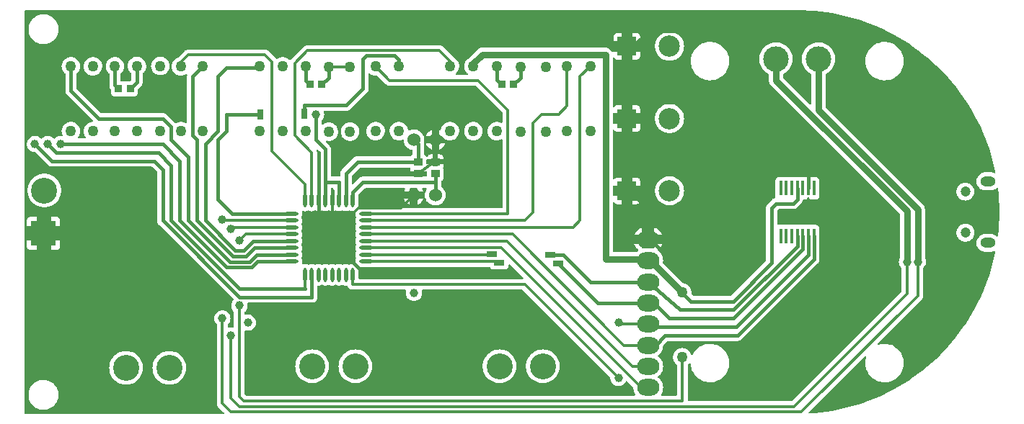
<source format=gbl>
G04 Layer: BottomLayer*
G04 EasyEDA v6.5.22, 2023-01-26 14:10:14*
G04 b877e135513245ca8f96004f63138494,c6a1bf633b9a4ba285e4988a7d74c357,10*
G04 Gerber Generator version 0.2*
G04 Scale: 100 percent, Rotated: No, Reflected: No *
G04 Dimensions in millimeters *
G04 leading zeros omitted , absolute positions ,4 integer and 5 decimal *
%FSLAX45Y45*%
%MOMM*%

%AMMACRO1*21,1,$1,$2,0,0,$3*%
%ADD10C,0.4000*%
%ADD11C,0.3500*%
%ADD12C,0.7500*%
%ADD13C,0.4500*%
%ADD14R,1.3005X0.6706*%
%ADD15R,0.6706X1.3005*%
%ADD16MACRO1,0.4X1.7X0.0000*%
%ADD17O,1.6500094X0.4500118*%
%ADD18O,0.4500118X1.6500094*%
%ADD19MACRO1,0.8X0.9X0.0000*%
%ADD20MACRO1,1X0.9X0.0000*%
%ADD21C,1.2700*%
%ADD22O,2.5999948X1.9999959999999999*%
%ADD23C,3.0480*%
%ADD24C,3.0000*%
%ADD25C,2.5000*%
%ADD26R,2.2200X2.2200*%
%ADD27C,1.2000*%
%ADD28O,1.7999964X1.1999976*%
%ADD29C,1.5240*%
%ADD30R,3.0000X3.0000*%
%ADD31C,1.0000*%
%ADD32C,0.0171*%

%LPD*%
G36*
X3878224Y2728569D02*
G01*
X3874262Y2729331D01*
X3870960Y2731566D01*
X3868775Y2734818D01*
X3868013Y2738729D01*
X3868013Y2817622D01*
X3868775Y2821482D01*
X3870960Y2824784D01*
X3965194Y2918968D01*
X3968445Y2921203D01*
X3972407Y2921965D01*
X4547108Y2921965D01*
X4550714Y2921304D01*
X4553915Y2919374D01*
X4556150Y2916428D01*
X4557217Y2912872D01*
X4556861Y2909163D01*
X4555185Y2902864D01*
X4554474Y2894533D01*
X4554474Y2878836D01*
X4618685Y2878836D01*
X4618685Y2889300D01*
X4619447Y2893212D01*
X4621631Y2896514D01*
X4624882Y2898698D01*
X4628845Y2899460D01*
X4671161Y2899460D01*
X4675022Y2898698D01*
X4678324Y2896514D01*
X4680559Y2893212D01*
X4681372Y2889300D01*
X4681372Y2878836D01*
X4744313Y2878836D01*
X4748174Y2878074D01*
X4751527Y2875889D01*
X4753711Y2872587D01*
X4754524Y2868676D01*
X4754524Y2831287D01*
X4753711Y2827426D01*
X4751527Y2824124D01*
X4748174Y2821940D01*
X4744313Y2821127D01*
X4678426Y2821127D01*
X4675124Y2818892D01*
X4671161Y2818079D01*
X4628845Y2818079D01*
X4624882Y2818892D01*
X4621479Y2821127D01*
X4551629Y2821127D01*
X4548225Y2818892D01*
X4544364Y2818079D01*
X4000347Y2818079D01*
X3989324Y2817215D01*
X3978910Y2814726D01*
X3969054Y2810611D01*
X3959961Y2805074D01*
X3951579Y2797860D01*
X3885336Y2731566D01*
X3882085Y2729331D01*
G37*

%LPD*%
G36*
X4125163Y2442972D02*
G01*
X4121302Y2443784D01*
X4119168Y2444648D01*
X4108754Y2447137D01*
X4097731Y2448001D01*
X3978554Y2448001D01*
X3967530Y2447137D01*
X3957116Y2444648D01*
X3953052Y2444546D01*
X3949192Y2446020D01*
X3946245Y2448966D01*
X3944772Y2452776D01*
X3944874Y2456891D01*
X3947160Y2466238D01*
X3948023Y2477262D01*
X3948074Y2597607D01*
X3948836Y2601468D01*
X3951020Y2604770D01*
X4025188Y2679039D01*
X4028440Y2681274D01*
X4032300Y2682036D01*
X4485640Y2682036D01*
X4489958Y2681071D01*
X4493361Y2678379D01*
X4495393Y2674467D01*
X4495647Y2670098D01*
X4493920Y2666034D01*
X4492548Y2664053D01*
X4485436Y2650845D01*
X4482947Y2644444D01*
X4551527Y2644444D01*
X4551527Y2671876D01*
X4552340Y2675788D01*
X4554474Y2679039D01*
X4557776Y2681274D01*
X4561738Y2682036D01*
X4630318Y2682036D01*
X4634179Y2681274D01*
X4637481Y2679039D01*
X4639665Y2675788D01*
X4640427Y2671876D01*
X4640427Y2644444D01*
X4709261Y2644444D01*
X4703165Y2657551D01*
X4697679Y2666542D01*
X4696206Y2670556D01*
X4696561Y2674823D01*
X4698695Y2678582D01*
X4702098Y2681122D01*
X4706315Y2682036D01*
X4739640Y2682036D01*
X4743958Y2681071D01*
X4747361Y2678379D01*
X4749393Y2674467D01*
X4749647Y2670098D01*
X4747920Y2666034D01*
X4746548Y2664053D01*
X4739436Y2650845D01*
X4734001Y2636875D01*
X4730343Y2622346D01*
X4728514Y2607462D01*
X4728514Y2592527D01*
X4730343Y2577642D01*
X4734001Y2563114D01*
X4739436Y2549144D01*
X4746548Y2535936D01*
X4755184Y2523693D01*
X4765294Y2512618D01*
X4776622Y2502865D01*
X4789119Y2494584D01*
X4802581Y2487930D01*
X4816652Y2482951D01*
X4831283Y2479751D01*
X4846218Y2478379D01*
X4861204Y2478836D01*
X4876038Y2481122D01*
X4890465Y2485237D01*
X4904282Y2491079D01*
X4917236Y2498547D01*
X4929124Y2507589D01*
X4939893Y2518003D01*
X4949291Y2529687D01*
X4957165Y2542438D01*
X4963464Y2556052D01*
X4968036Y2570327D01*
X4970729Y2585059D01*
X4971643Y2599994D01*
X4970729Y2614930D01*
X4968036Y2629662D01*
X4963464Y2643936D01*
X4957165Y2657551D01*
X4949291Y2670302D01*
X4939893Y2681986D01*
X4929124Y2692400D01*
X4922113Y2697734D01*
X4919929Y2699969D01*
X4918557Y2702763D01*
X4918100Y2705862D01*
X4917998Y2756916D01*
X4918456Y2760116D01*
X4920030Y2763062D01*
X4922316Y2765348D01*
X4929225Y2770174D01*
X4934813Y2775762D01*
X4939334Y2782265D01*
X4942738Y2789428D01*
X4944770Y2797098D01*
X4945481Y2805430D01*
X4945481Y2894533D01*
X4944770Y2902864D01*
X4942738Y2910535D01*
X4940350Y2915716D01*
X4939334Y2919984D01*
X4940350Y2924302D01*
X4942738Y2929432D01*
X4944770Y2937103D01*
X4945481Y2945434D01*
X4945481Y2961132D01*
X4881372Y2961132D01*
X4881372Y2950667D01*
X4880610Y2946755D01*
X4878324Y2943504D01*
X4875022Y2941269D01*
X4871212Y2940507D01*
X4828794Y2940507D01*
X4824933Y2941269D01*
X4821631Y2943504D01*
X4819446Y2946755D01*
X4818684Y2950667D01*
X4818684Y2961132D01*
X4755642Y2961132D01*
X4751781Y2961944D01*
X4748479Y2964129D01*
X4746244Y2967431D01*
X4745532Y2971292D01*
X4745532Y3008680D01*
X4746244Y3012592D01*
X4748479Y3015894D01*
X4751781Y3018078D01*
X4755642Y3018840D01*
X4818684Y3018840D01*
X4818684Y3080512D01*
X4800447Y3080512D01*
X4792065Y3079800D01*
X4784445Y3077718D01*
X4777282Y3074365D01*
X4770729Y3069844D01*
X4765141Y3064205D01*
X4760620Y3057753D01*
X4759248Y3054705D01*
X4757013Y3051606D01*
X4753711Y3049574D01*
X4749952Y3048863D01*
X4746244Y3049574D01*
X4743043Y3051606D01*
X4740808Y3054705D01*
X4739335Y3057753D01*
X4734864Y3064205D01*
X4729226Y3069844D01*
X4722317Y3074670D01*
X4720031Y3076905D01*
X4718558Y3079750D01*
X4717999Y3082950D01*
X4717999Y3199587D01*
X4716881Y3214217D01*
X4717288Y3218180D01*
X4719574Y3227628D01*
X4721504Y3242513D01*
X4721504Y3257499D01*
X4719574Y3272332D01*
X4715967Y3286861D01*
X4710531Y3300882D01*
X4703470Y3314039D01*
X4694834Y3326282D01*
X4684674Y3337356D01*
X4673295Y3347110D01*
X4660849Y3355390D01*
X4647438Y3362045D01*
X4633264Y3367024D01*
X4618685Y3370275D01*
X4603699Y3371646D01*
X4588713Y3371189D01*
X4573981Y3368852D01*
X4559554Y3364788D01*
X4545533Y3358794D01*
X4541672Y3357524D01*
X4537608Y3357829D01*
X4534052Y3359658D01*
X4531461Y3362756D01*
X4530344Y3366617D01*
X4529886Y3370681D01*
X4526838Y3384296D01*
X4521962Y3397402D01*
X4515561Y3409797D01*
X4507534Y3421227D01*
X4498136Y3431590D01*
X4487468Y3440633D01*
X4475784Y3448253D01*
X4463186Y3454298D01*
X4449927Y3458718D01*
X4436211Y3461410D01*
X4422292Y3462274D01*
X4408322Y3461410D01*
X4394708Y3458718D01*
X4381449Y3454298D01*
X4368850Y3448253D01*
X4357166Y3440633D01*
X4346498Y3431590D01*
X4337100Y3421227D01*
X4329074Y3409797D01*
X4322673Y3397402D01*
X4317847Y3384296D01*
X4314748Y3370681D01*
X4313377Y3356762D01*
X4313834Y3342843D01*
X4316018Y3329025D01*
X4319981Y3315665D01*
X4325670Y3302863D01*
X4332935Y3290925D01*
X4341622Y3280003D01*
X4351629Y3270300D01*
X4362856Y3261918D01*
X4374997Y3255060D01*
X4388002Y3249828D01*
X4401515Y3246323D01*
X4415332Y3244494D01*
X4429302Y3244494D01*
X4443120Y3246323D01*
X4456633Y3249828D01*
X4464659Y3253079D01*
X4468418Y3253841D01*
X4472178Y3253130D01*
X4475429Y3251098D01*
X4477715Y3247999D01*
X4478629Y3244291D01*
X4479188Y3235045D01*
X4481931Y3220313D01*
X4486554Y3206038D01*
X4492802Y3192424D01*
X4500626Y3179673D01*
X4510024Y3167989D01*
X4520793Y3157575D01*
X4532731Y3148533D01*
X4545736Y3141065D01*
X4559554Y3135223D01*
X4574641Y3130956D01*
X4578400Y3128873D01*
X4581042Y3125419D01*
X4582007Y3121152D01*
X4582007Y3083001D01*
X4581448Y3079800D01*
X4579975Y3076905D01*
X4577638Y3074670D01*
X4570780Y3069844D01*
X4565142Y3064205D01*
X4561535Y3059988D01*
X4558690Y3058515D01*
X4555490Y3058007D01*
X3940352Y3058007D01*
X3929329Y3057144D01*
X3919016Y3054654D01*
X3909161Y3050540D01*
X3900068Y3045002D01*
X3891584Y3037789D01*
X3752138Y2898394D01*
X3744976Y2889961D01*
X3739438Y2880868D01*
X3735324Y2871012D01*
X3732834Y2860649D01*
X3732022Y2849575D01*
X3732022Y2825597D01*
X3731158Y2821533D01*
X3728669Y2818130D01*
X3725113Y2815996D01*
X3719576Y2815590D01*
X3635654Y2815590D01*
X3631793Y2816352D01*
X3628491Y2818536D01*
X3626256Y2821838D01*
X3625545Y2825750D01*
X3625545Y3139592D01*
X3624681Y3150260D01*
X3622294Y3160217D01*
X3618331Y3169716D01*
X3612997Y3178505D01*
X3606037Y3186633D01*
X3570681Y3221939D01*
X3568395Y3225546D01*
X3567734Y3229762D01*
X3568954Y3233877D01*
X3571697Y3237179D01*
X3575558Y3239008D01*
X3579774Y3239109D01*
X3586073Y3237890D01*
X3600043Y3236976D01*
X3613912Y3237890D01*
X3627628Y3240582D01*
X3640886Y3244951D01*
X3653485Y3250996D01*
X3665169Y3258616D01*
X3675786Y3267710D01*
X3685235Y3278022D01*
X3693160Y3289503D01*
X3699611Y3301847D01*
X3704488Y3314954D01*
X3707637Y3328619D01*
X3708908Y3342487D01*
X3708450Y3356457D01*
X3706215Y3370224D01*
X3702304Y3383635D01*
X3696665Y3396386D01*
X3689400Y3408324D01*
X3680663Y3419246D01*
X3670604Y3429000D01*
X3659479Y3437331D01*
X3647236Y3444189D01*
X3634384Y3449421D01*
X3620820Y3452977D01*
X3606952Y3454755D01*
X3593033Y3454755D01*
X3579164Y3452977D01*
X3565601Y3449421D01*
X3552748Y3444189D01*
X3540506Y3437331D01*
X3531768Y3430778D01*
X3527704Y3428949D01*
X3523183Y3429050D01*
X3519220Y3431082D01*
X3516477Y3434587D01*
X3515563Y3438956D01*
X3515563Y3476548D01*
X3516274Y3480308D01*
X3518306Y3483508D01*
X3524097Y3489706D01*
X3531565Y3500374D01*
X3537559Y3511956D01*
X3541979Y3524250D01*
X3544620Y3537000D01*
X3545535Y3550005D01*
X3544620Y3563010D01*
X3541979Y3575761D01*
X3540963Y3578504D01*
X3540404Y3582314D01*
X3541318Y3586073D01*
X3543452Y3589274D01*
X3546754Y3591356D01*
X3550513Y3592068D01*
X3807206Y3592068D01*
X3817874Y3592931D01*
X3827881Y3595319D01*
X3837381Y3599230D01*
X3846118Y3604615D01*
X3854297Y3611575D01*
X4045915Y3803243D01*
X4052925Y3811371D01*
X4058259Y3820160D01*
X4062222Y3829659D01*
X4064609Y3839616D01*
X4065422Y3850284D01*
X4065422Y4022090D01*
X4066438Y4026458D01*
X4069181Y4029964D01*
X4073144Y4031945D01*
X4077563Y4032046D01*
X4081627Y4030268D01*
X4090162Y4023918D01*
X4102252Y4017060D01*
X4115206Y4011828D01*
X4128719Y4008323D01*
X4142638Y4006494D01*
X4156608Y4006494D01*
X4162806Y4007307D01*
X4165904Y4007256D01*
X4168800Y4006240D01*
X4171238Y4004411D01*
X4270095Y3905605D01*
X4276344Y3900119D01*
X4278122Y3898798D01*
X4285081Y3894429D01*
X4287012Y3893413D01*
X4294581Y3890264D01*
X4296714Y3889603D01*
X4304690Y3887774D01*
X4306824Y3887470D01*
X4315206Y3886911D01*
X5319674Y3886911D01*
X5323535Y3886149D01*
X5326786Y3883964D01*
X5633974Y3577031D01*
X5636158Y3573779D01*
X5636920Y3569868D01*
X5636920Y3459073D01*
X5636107Y3455060D01*
X5633770Y3451707D01*
X5630367Y3449574D01*
X5626354Y3448913D01*
X5622391Y3449929D01*
X5613247Y3454298D01*
X5599988Y3458718D01*
X5586222Y3461410D01*
X5572302Y3462274D01*
X5558332Y3461410D01*
X5544616Y3458718D01*
X5531358Y3454298D01*
X5518861Y3448253D01*
X5507075Y3440633D01*
X5496458Y3431590D01*
X5487111Y3421227D01*
X5479084Y3409797D01*
X5472633Y3397402D01*
X5467858Y3384296D01*
X5464708Y3370681D01*
X5463336Y3356762D01*
X5463794Y3342843D01*
X5466029Y3329025D01*
X5469991Y3315665D01*
X5475681Y3302863D01*
X5482945Y3290925D01*
X5491581Y3280003D01*
X5501640Y3270300D01*
X5512866Y3261918D01*
X5525008Y3255060D01*
X5537962Y3249828D01*
X5551424Y3246323D01*
X5565292Y3244494D01*
X5579313Y3244494D01*
X5593181Y3246323D01*
X5606643Y3249828D01*
X5619597Y3255060D01*
X5621731Y3256330D01*
X5625795Y3257550D01*
X5630011Y3257092D01*
X5633618Y3254959D01*
X5636006Y3251555D01*
X5636920Y3247440D01*
X5636920Y2453132D01*
X5636158Y2449271D01*
X5633974Y2445969D01*
X5630672Y2443784D01*
X5626811Y2442972D01*
G37*

%LPC*%
G36*
X4551527Y2486863D02*
G01*
X4551527Y2555544D01*
X4482947Y2555544D01*
X4485436Y2549144D01*
X4492548Y2535936D01*
X4501184Y2523693D01*
X4511294Y2512618D01*
X4522622Y2502865D01*
X4535119Y2494584D01*
X4548581Y2487930D01*
G37*
G36*
X4640427Y2486914D02*
G01*
X4650282Y2491079D01*
X4663236Y2498547D01*
X4675124Y2507589D01*
X4685893Y2518003D01*
X4695291Y2529687D01*
X4703165Y2542438D01*
X4709261Y2555544D01*
X4640427Y2555544D01*
G37*
G36*
X4881372Y3018840D02*
G01*
X4945481Y3018840D01*
X4945481Y3034538D01*
X4944770Y3042869D01*
X4942738Y3050540D01*
X4939334Y3057753D01*
X4934813Y3064205D01*
X4929225Y3069844D01*
X4922774Y3074365D01*
X4915509Y3077718D01*
X4907838Y3079800D01*
X4899558Y3080512D01*
X4881372Y3080512D01*
G37*
G36*
X4898491Y3136849D02*
G01*
X4901438Y3137916D01*
X4914849Y3144621D01*
X4927295Y3152902D01*
X4938674Y3162604D01*
X4948834Y3173679D01*
X4957470Y3185922D01*
X4964531Y3199130D01*
X4967020Y3205530D01*
X4898491Y3205530D01*
G37*
G36*
X4809591Y3136900D02*
G01*
X4809591Y3205530D01*
X4740757Y3205530D01*
X4746802Y3192424D01*
X4754626Y3179673D01*
X4764024Y3167989D01*
X4774793Y3157575D01*
X4786731Y3148533D01*
X4799736Y3141065D01*
G37*
G36*
X3849979Y3236976D02*
G01*
X3863898Y3237890D01*
X3877614Y3240582D01*
X3890924Y3244951D01*
X3903472Y3251047D01*
X3915156Y3258667D01*
X3925824Y3267710D01*
X3935222Y3278022D01*
X3943197Y3289503D01*
X3949649Y3301898D01*
X3954526Y3315004D01*
X3957574Y3328619D01*
X3958945Y3342487D01*
X3958488Y3356457D01*
X3956304Y3370224D01*
X3952240Y3383635D01*
X3946601Y3396386D01*
X3939438Y3408375D01*
X3930700Y3419297D01*
X3920642Y3429000D01*
X3909415Y3437331D01*
X3897274Y3444189D01*
X3884320Y3449421D01*
X3870858Y3452977D01*
X3856990Y3454755D01*
X3842969Y3454755D01*
X3829202Y3452977D01*
X3815638Y3449421D01*
X3802684Y3444189D01*
X3790543Y3437331D01*
X3779316Y3429000D01*
X3769258Y3419297D01*
X3760622Y3408375D01*
X3753358Y3396386D01*
X3747668Y3383635D01*
X3743706Y3370224D01*
X3741470Y3356457D01*
X3741013Y3342487D01*
X3742385Y3328619D01*
X3745534Y3315004D01*
X3750310Y3301898D01*
X3756761Y3289503D01*
X3764787Y3278022D01*
X3774135Y3267710D01*
X3784752Y3258667D01*
X3796537Y3251047D01*
X3809136Y3244951D01*
X3822395Y3240582D01*
X3836009Y3237890D01*
G37*
G36*
X5290312Y3244494D02*
G01*
X5304332Y3244494D01*
X5318150Y3246323D01*
X5331663Y3249828D01*
X5344617Y3255060D01*
X5356758Y3261918D01*
X5367985Y3270300D01*
X5377942Y3280003D01*
X5386679Y3290925D01*
X5393944Y3302863D01*
X5399582Y3315665D01*
X5403545Y3329025D01*
X5405831Y3342843D01*
X5406288Y3356762D01*
X5404916Y3370681D01*
X5401767Y3384296D01*
X5396992Y3397402D01*
X5390540Y3409797D01*
X5382564Y3421227D01*
X5373166Y3431590D01*
X5362498Y3440633D01*
X5350814Y3448253D01*
X5338165Y3454298D01*
X5324957Y3458718D01*
X5311241Y3461410D01*
X5297322Y3462274D01*
X5283352Y3461410D01*
X5269636Y3458718D01*
X5256377Y3454298D01*
X5243779Y3448253D01*
X5232095Y3440633D01*
X5221478Y3431590D01*
X5212130Y3421227D01*
X5204104Y3409797D01*
X5197652Y3397402D01*
X5192776Y3384296D01*
X5189728Y3370681D01*
X5188356Y3356762D01*
X5188813Y3342843D01*
X5191048Y3329025D01*
X5195011Y3315665D01*
X5200700Y3302863D01*
X5207863Y3290925D01*
X5216601Y3280003D01*
X5226659Y3270300D01*
X5237886Y3261918D01*
X5250027Y3255060D01*
X5262981Y3249828D01*
X5276443Y3246323D01*
G37*
G36*
X4142638Y3244494D02*
G01*
X4156608Y3244494D01*
X4170426Y3246323D01*
X4183938Y3249828D01*
X4196842Y3255060D01*
X4209084Y3261918D01*
X4220210Y3270300D01*
X4230268Y3280003D01*
X4239006Y3290925D01*
X4246168Y3302863D01*
X4251858Y3315665D01*
X4255820Y3329025D01*
X4258056Y3342843D01*
X4258513Y3356762D01*
X4257141Y3370681D01*
X4254093Y3384296D01*
X4249216Y3397402D01*
X4242765Y3409797D01*
X4234840Y3421227D01*
X4225391Y3431590D01*
X4214774Y3440633D01*
X4203090Y3448253D01*
X4190492Y3454298D01*
X4177233Y3458718D01*
X4163517Y3461410D01*
X4149547Y3462274D01*
X4135628Y3461410D01*
X4121912Y3458718D01*
X4108704Y3454298D01*
X4096054Y3448253D01*
X4084370Y3440633D01*
X4073804Y3431590D01*
X4064406Y3421227D01*
X4056329Y3409797D01*
X4049877Y3397402D01*
X4045102Y3384296D01*
X4041952Y3370681D01*
X4040682Y3356762D01*
X4041140Y3342843D01*
X4043324Y3329025D01*
X4047286Y3315665D01*
X4052925Y3302863D01*
X4060190Y3290925D01*
X4068927Y3280003D01*
X4078935Y3270300D01*
X4090162Y3261918D01*
X4102252Y3255060D01*
X4115206Y3249828D01*
X4128719Y3246323D01*
G37*
G36*
X5015331Y3244494D02*
G01*
X5029250Y3244494D01*
X5043119Y3246272D01*
X5056682Y3249828D01*
X5069636Y3255060D01*
X5081778Y3261918D01*
X5093004Y3270300D01*
X5102961Y3280003D01*
X5111699Y3290925D01*
X5118963Y3302863D01*
X5124602Y3315614D01*
X5128564Y3329025D01*
X5130749Y3342792D01*
X5131206Y3356762D01*
X5129936Y3370681D01*
X5126786Y3384296D01*
X5122011Y3397402D01*
X5115560Y3409797D01*
X5107482Y3421227D01*
X5098084Y3431590D01*
X5087518Y3440633D01*
X5075834Y3448253D01*
X5063185Y3454298D01*
X5049977Y3458718D01*
X5036261Y3461359D01*
X5022342Y3462274D01*
X5008372Y3461359D01*
X4994656Y3458718D01*
X4981397Y3454298D01*
X4968798Y3448253D01*
X4957114Y3440633D01*
X4946497Y3431590D01*
X4937048Y3421227D01*
X4929124Y3409797D01*
X4922672Y3397402D01*
X4917795Y3384296D01*
X4914493Y3369513D01*
X4912715Y3365652D01*
X4909515Y3362858D01*
X4905451Y3361588D01*
X4901234Y3362147D01*
X4898491Y3363112D01*
X4898491Y3294430D01*
X4925161Y3294430D01*
X4928209Y3293973D01*
X4930952Y3292652D01*
X4933188Y3290620D01*
X4941620Y3280003D01*
X4951679Y3270300D01*
X4962804Y3261918D01*
X4974945Y3255111D01*
X4988560Y3249676D01*
X5001463Y3246272D01*
G37*
G36*
X4740757Y3294430D02*
G01*
X4809591Y3294430D01*
X4809591Y3363061D01*
X4799736Y3358946D01*
X4786731Y3351428D01*
X4774793Y3342386D01*
X4764024Y3331972D01*
X4754626Y3320287D01*
X4746802Y3307587D01*
G37*

%LPD*%
G36*
X3358184Y1780032D02*
G01*
X3354679Y1781352D01*
X3350818Y1783689D01*
X3340963Y1787753D01*
X3330651Y1790242D01*
X3319983Y1791106D01*
X3309315Y1790242D01*
X3299002Y1787753D01*
X3294887Y1787652D01*
X3291078Y1789175D01*
X3288131Y1792071D01*
X3286658Y1795932D01*
X3286760Y1800047D01*
X3288995Y1809343D01*
X3289808Y1820011D01*
X3288995Y1830628D01*
X3286506Y1840992D01*
X3282442Y1850847D01*
X3280054Y1854707D01*
X3278784Y1858162D01*
X3278784Y1861870D01*
X3280054Y1865325D01*
X3282442Y1869135D01*
X3286506Y1878990D01*
X3288995Y1889353D01*
X3289808Y1899970D01*
X3288995Y1910638D01*
X3286506Y1921002D01*
X3282442Y1930857D01*
X3280054Y1934667D01*
X3278784Y1938121D01*
X3278784Y1941830D01*
X3280054Y1945284D01*
X3282442Y1949145D01*
X3286506Y1959000D01*
X3288995Y1969363D01*
X3289808Y1979980D01*
X3288995Y1990648D01*
X3286506Y2001012D01*
X3282442Y2010867D01*
X3280054Y2014677D01*
X3278784Y2018131D01*
X3278784Y2021839D01*
X3280054Y2025294D01*
X3282442Y2029155D01*
X3286506Y2039010D01*
X3288995Y2049373D01*
X3289808Y2059990D01*
X3288995Y2070607D01*
X3286506Y2081022D01*
X3282442Y2090877D01*
X3280054Y2094687D01*
X3278784Y2098141D01*
X3278784Y2101850D01*
X3280054Y2105304D01*
X3282442Y2109114D01*
X3286506Y2118969D01*
X3288995Y2129383D01*
X3289808Y2140000D01*
X3288995Y2150618D01*
X3286506Y2160981D01*
X3282442Y2170836D01*
X3280054Y2174697D01*
X3278784Y2178151D01*
X3278784Y2181860D01*
X3280054Y2185314D01*
X3282442Y2189124D01*
X3286506Y2198979D01*
X3288995Y2209342D01*
X3289808Y2220010D01*
X3288995Y2230628D01*
X3286506Y2240991D01*
X3282442Y2250846D01*
X3280054Y2254707D01*
X3278784Y2258161D01*
X3278784Y2261870D01*
X3280054Y2265324D01*
X3282442Y2269134D01*
X3286506Y2278989D01*
X3288995Y2289352D01*
X3289808Y2299970D01*
X3288995Y2310638D01*
X3286506Y2321001D01*
X3282442Y2330856D01*
X3280054Y2334666D01*
X3278784Y2338120D01*
X3278784Y2341829D01*
X3280054Y2345283D01*
X3282442Y2349144D01*
X3286506Y2358999D01*
X3288995Y2369362D01*
X3289808Y2379980D01*
X3288995Y2390648D01*
X3286760Y2399944D01*
X3286658Y2404059D01*
X3288131Y2407920D01*
X3291078Y2410815D01*
X3294887Y2412339D01*
X3299002Y2412238D01*
X3309315Y2409748D01*
X3319983Y2408885D01*
X3330651Y2409748D01*
X3340963Y2412238D01*
X3350818Y2416302D01*
X3354679Y2418638D01*
X3358184Y2419959D01*
X3361842Y2419959D01*
X3365347Y2418638D01*
X3369157Y2416302D01*
X3378962Y2412238D01*
X3389376Y2409748D01*
X3400044Y2408885D01*
X3410661Y2409748D01*
X3421024Y2412238D01*
X3430879Y2416302D01*
X3434638Y2418638D01*
X3438144Y2419959D01*
X3441852Y2419959D01*
X3445256Y2418638D01*
X3449116Y2416302D01*
X3458972Y2412238D01*
X3462375Y2411374D01*
X3462375Y2448407D01*
X3463188Y2452268D01*
X3464661Y2455875D01*
X3467150Y2466238D01*
X3467963Y2477262D01*
X3467963Y2596489D01*
X3467150Y2607513D01*
X3464661Y2617876D01*
X3463747Y2620060D01*
X3462985Y2623921D01*
X3462985Y3099765D01*
X3462477Y3108096D01*
X3462172Y3110230D01*
X3460343Y3118256D01*
X3459530Y3120644D01*
X3459124Y3125114D01*
X3460699Y3129330D01*
X3463950Y3132429D01*
X3468166Y3133852D01*
X3472586Y3133344D01*
X3476345Y3130956D01*
X3491534Y3115818D01*
X3493668Y3112566D01*
X3494481Y3108655D01*
X3494481Y2615488D01*
X3494227Y2613101D01*
X3492804Y2607513D01*
X3491992Y2596489D01*
X3491992Y2477262D01*
X3492804Y2466238D01*
X3495294Y2455875D01*
X3496868Y2452268D01*
X3497630Y2448407D01*
X3497630Y2411374D01*
X3501034Y2412238D01*
X3510838Y2416302D01*
X3514648Y2418638D01*
X3518154Y2419959D01*
X3521811Y2419959D01*
X3525316Y2418638D01*
X3529177Y2416302D01*
X3539032Y2412238D01*
X3549345Y2409748D01*
X3560013Y2408885D01*
X3570579Y2409748D01*
X3580993Y2412238D01*
X3590848Y2416302D01*
X3594709Y2418638D01*
X3598113Y2419959D01*
X3601872Y2419959D01*
X3605276Y2418638D01*
X3609136Y2416302D01*
X3618992Y2412238D01*
X3622395Y2411374D01*
X3622395Y2448407D01*
X3623208Y2452268D01*
X3624681Y2455875D01*
X3627170Y2466238D01*
X3628034Y2477262D01*
X3628034Y2596489D01*
X3627170Y2607513D01*
X3625799Y2613152D01*
X3625545Y2615539D01*
X3625545Y2674366D01*
X3626256Y2678277D01*
X3628491Y2681579D01*
X3631793Y2683764D01*
X3635654Y2684526D01*
X3644290Y2684526D01*
X3648252Y2683764D01*
X3651554Y2681579D01*
X3653688Y2678277D01*
X3654501Y2674366D01*
X3654501Y2615590D01*
X3654247Y2613202D01*
X3652875Y2607513D01*
X3652012Y2596489D01*
X3652012Y2477262D01*
X3652875Y2466238D01*
X3655364Y2455875D01*
X3656837Y2452268D01*
X3657549Y2448407D01*
X3657549Y2411374D01*
X3660952Y2412238D01*
X3670808Y2416302D01*
X3674668Y2418638D01*
X3678174Y2419959D01*
X3681831Y2419959D01*
X3685336Y2418638D01*
X3689146Y2416302D01*
X3698951Y2412238D01*
X3709365Y2409748D01*
X3720033Y2408885D01*
X3730650Y2409748D01*
X3741013Y2412238D01*
X3750868Y2416302D01*
X3754729Y2418638D01*
X3758133Y2419959D01*
X3761841Y2419959D01*
X3765346Y2418638D01*
X3769106Y2416302D01*
X3779012Y2412238D01*
X3789324Y2409748D01*
X3799992Y2408885D01*
X3810609Y2409748D01*
X3821023Y2412238D01*
X3830828Y2416302D01*
X3834688Y2418638D01*
X3838092Y2419959D01*
X3841800Y2419959D01*
X3845306Y2418638D01*
X3849166Y2416302D01*
X3859022Y2412238D01*
X3869385Y2409748D01*
X3880002Y2408885D01*
X3890670Y2409748D01*
X3900982Y2412238D01*
X3905097Y2412339D01*
X3908958Y2410815D01*
X3911854Y2407920D01*
X3913378Y2404059D01*
X3913225Y2399944D01*
X3910990Y2390648D01*
X3910177Y2379980D01*
X3910990Y2369362D01*
X3913479Y2358999D01*
X3917543Y2349144D01*
X3919931Y2345283D01*
X3921201Y2341829D01*
X3921201Y2338120D01*
X3919931Y2334666D01*
X3917543Y2330856D01*
X3913479Y2321001D01*
X3910990Y2310638D01*
X3910177Y2299970D01*
X3910990Y2289352D01*
X3913479Y2278989D01*
X3917543Y2269134D01*
X3919931Y2265324D01*
X3921201Y2261870D01*
X3921201Y2258161D01*
X3919931Y2254707D01*
X3917543Y2250846D01*
X3913479Y2240991D01*
X3910990Y2230628D01*
X3910177Y2220010D01*
X3910990Y2209342D01*
X3913479Y2198979D01*
X3917543Y2189124D01*
X3919931Y2185314D01*
X3921201Y2181860D01*
X3921201Y2178151D01*
X3919931Y2174697D01*
X3917543Y2170836D01*
X3913479Y2160981D01*
X3910990Y2150618D01*
X3910177Y2140000D01*
X3910990Y2129383D01*
X3913479Y2118969D01*
X3917543Y2109114D01*
X3919931Y2105304D01*
X3921201Y2101850D01*
X3921201Y2098141D01*
X3919931Y2094687D01*
X3917543Y2090877D01*
X3913479Y2081022D01*
X3910990Y2070607D01*
X3910177Y2059990D01*
X3910990Y2049373D01*
X3913479Y2039010D01*
X3917543Y2029155D01*
X3919931Y2025294D01*
X3921201Y2021839D01*
X3921201Y2018131D01*
X3919931Y2014677D01*
X3917543Y2010867D01*
X3913479Y2001012D01*
X3910990Y1990648D01*
X3910177Y1979980D01*
X3910990Y1969363D01*
X3913479Y1959000D01*
X3917543Y1949145D01*
X3919931Y1945284D01*
X3921201Y1941830D01*
X3921201Y1938121D01*
X3919931Y1934667D01*
X3917543Y1930857D01*
X3913479Y1921002D01*
X3910990Y1910638D01*
X3910177Y1899970D01*
X3910990Y1889353D01*
X3913479Y1878990D01*
X3917543Y1869135D01*
X3919931Y1865325D01*
X3921201Y1861870D01*
X3921201Y1858162D01*
X3919931Y1854707D01*
X3917543Y1850847D01*
X3913479Y1840992D01*
X3910990Y1830628D01*
X3910177Y1820011D01*
X3910990Y1809343D01*
X3913225Y1800047D01*
X3913378Y1795932D01*
X3911854Y1792071D01*
X3908958Y1789175D01*
X3905097Y1787652D01*
X3900982Y1787753D01*
X3890670Y1790242D01*
X3880002Y1791106D01*
X3869385Y1790242D01*
X3859022Y1787753D01*
X3849166Y1783689D01*
X3845306Y1781352D01*
X3841800Y1780032D01*
X3838092Y1780032D01*
X3834688Y1781352D01*
X3830828Y1783689D01*
X3821023Y1787753D01*
X3810609Y1790242D01*
X3799992Y1791106D01*
X3789324Y1790242D01*
X3779012Y1787753D01*
X3769106Y1783689D01*
X3765346Y1781352D01*
X3761841Y1780032D01*
X3758133Y1780032D01*
X3754729Y1781352D01*
X3750868Y1783689D01*
X3741013Y1787753D01*
X3730650Y1790242D01*
X3720033Y1791106D01*
X3709365Y1790242D01*
X3698951Y1787753D01*
X3689146Y1783689D01*
X3685336Y1781352D01*
X3681831Y1780032D01*
X3678174Y1780032D01*
X3674668Y1781352D01*
X3670808Y1783689D01*
X3660952Y1787753D01*
X3650640Y1790242D01*
X3639972Y1791106D01*
X3629406Y1790242D01*
X3618992Y1787753D01*
X3609136Y1783689D01*
X3605276Y1781352D01*
X3601872Y1780032D01*
X3598113Y1780032D01*
X3594709Y1781352D01*
X3590848Y1783689D01*
X3580993Y1787753D01*
X3570579Y1790242D01*
X3560013Y1791106D01*
X3549345Y1790242D01*
X3539032Y1787753D01*
X3529177Y1783689D01*
X3525316Y1781352D01*
X3521811Y1780032D01*
X3518154Y1780032D01*
X3514648Y1781352D01*
X3510838Y1783689D01*
X3501034Y1787753D01*
X3490620Y1790242D01*
X3479952Y1791106D01*
X3469335Y1790242D01*
X3458972Y1787753D01*
X3449116Y1783689D01*
X3445256Y1781352D01*
X3441852Y1780032D01*
X3438144Y1780032D01*
X3434638Y1781352D01*
X3430879Y1783689D01*
X3421024Y1787753D01*
X3410661Y1790242D01*
X3400044Y1791106D01*
X3389376Y1790242D01*
X3378962Y1787753D01*
X3369157Y1783689D01*
X3365347Y1781352D01*
X3361842Y1780032D01*
G37*

%LPD*%
G36*
X3958132Y1612900D02*
G01*
X3954272Y1613712D01*
X3951020Y1615897D01*
X3948734Y1619199D01*
X3948023Y1623060D01*
X3948023Y1722729D01*
X3947160Y1733753D01*
X3944874Y1743100D01*
X3944772Y1747215D01*
X3946245Y1751025D01*
X3949192Y1753920D01*
X3953052Y1755444D01*
X3957116Y1755343D01*
X3967530Y1752854D01*
X3978554Y1751990D01*
X4097731Y1751990D01*
X4108754Y1752854D01*
X4119168Y1755343D01*
X4120997Y1756105D01*
X4124960Y1756867D01*
X5485231Y1756867D01*
X5489041Y1756156D01*
X5492242Y1754124D01*
X5494477Y1751025D01*
X5496306Y1747113D01*
X5500878Y1740662D01*
X5506415Y1735023D01*
X5512968Y1730502D01*
X5520131Y1727149D01*
X5527751Y1725066D01*
X5536133Y1724355D01*
X5665266Y1724355D01*
X5673648Y1725066D01*
X5681268Y1727149D01*
X5688431Y1730502D01*
X5694984Y1735023D01*
X5700522Y1740662D01*
X5705094Y1747113D01*
X5708497Y1754327D01*
X5710529Y1761998D01*
X5711291Y1770329D01*
X5711291Y1774952D01*
X5712002Y1778863D01*
X5714238Y1782165D01*
X5717540Y1784350D01*
X5721400Y1785112D01*
X5725261Y1784350D01*
X5728563Y1782165D01*
X5880506Y1630273D01*
X5882640Y1626971D01*
X5883452Y1623060D01*
X5882640Y1619199D01*
X5880506Y1615897D01*
X5877204Y1613712D01*
X5873242Y1612900D01*
G37*

%LPD*%
G36*
X2630322Y240792D02*
G01*
X2626461Y241604D01*
X2623159Y243789D01*
X2616047Y250901D01*
X2613761Y254203D01*
X2613050Y258114D01*
X2613050Y998016D01*
X2613660Y1001674D01*
X2615692Y1004874D01*
X2618638Y1007110D01*
X2622245Y1008126D01*
X2625902Y1007821D01*
X2630627Y1006500D01*
X2643479Y1004722D01*
X2656535Y1004722D01*
X2669438Y1006500D01*
X2682036Y1010005D01*
X2693924Y1015187D01*
X2705049Y1021994D01*
X2715158Y1030224D01*
X2724099Y1039723D01*
X2731566Y1050391D01*
X2737612Y1061974D01*
X2741980Y1074216D01*
X2744622Y1087018D01*
X2745536Y1099972D01*
X2744622Y1112977D01*
X2741980Y1125778D01*
X2737612Y1138021D01*
X2731566Y1149604D01*
X2724099Y1160272D01*
X2715158Y1169771D01*
X2705049Y1178001D01*
X2693924Y1184808D01*
X2682036Y1189990D01*
X2669438Y1193495D01*
X2656535Y1195273D01*
X2643479Y1195273D01*
X2630627Y1193495D01*
X2625902Y1192174D01*
X2622245Y1191869D01*
X2618638Y1192885D01*
X2615692Y1195120D01*
X2613660Y1198321D01*
X2613050Y1201978D01*
X2613050Y1223924D01*
X2613761Y1227632D01*
X2615793Y1230833D01*
X2624074Y1239723D01*
X2631541Y1250391D01*
X2637586Y1261973D01*
X2641904Y1274216D01*
X2644597Y1287018D01*
X2645511Y1299972D01*
X2644597Y1312976D01*
X2642666Y1322324D01*
X2642768Y1326794D01*
X2644698Y1330807D01*
X2648254Y1333550D01*
X2652623Y1334516D01*
X3399586Y1334516D01*
X3410254Y1335379D01*
X3420211Y1337767D01*
X3429762Y1341678D01*
X3438448Y1347063D01*
X3446272Y1353769D01*
X3452977Y1361541D01*
X3458311Y1370330D01*
X3462274Y1379829D01*
X3464661Y1389786D01*
X3465474Y1400454D01*
X3465474Y1525270D01*
X3466388Y1529334D01*
X3468725Y1532737D01*
X3472383Y1534871D01*
X3476447Y1535430D01*
X3479952Y1535125D01*
X3490620Y1535988D01*
X3501034Y1538478D01*
X3510838Y1542542D01*
X3514648Y1544878D01*
X3518154Y1546199D01*
X3521811Y1546199D01*
X3525316Y1544878D01*
X3529177Y1542542D01*
X3539032Y1538478D01*
X3549345Y1535988D01*
X3560013Y1535125D01*
X3570579Y1535988D01*
X3580993Y1538478D01*
X3590848Y1542542D01*
X3594709Y1544878D01*
X3598113Y1546199D01*
X3601872Y1546199D01*
X3605276Y1544878D01*
X3609136Y1542542D01*
X3618992Y1538478D01*
X3629406Y1535988D01*
X3639972Y1535125D01*
X3650640Y1535988D01*
X3660952Y1538478D01*
X3670808Y1542542D01*
X3674668Y1544878D01*
X3678174Y1546199D01*
X3681831Y1546199D01*
X3685336Y1544878D01*
X3689146Y1542542D01*
X3698951Y1538478D01*
X3709365Y1535988D01*
X3720033Y1535125D01*
X3730650Y1535988D01*
X3741013Y1538478D01*
X3750868Y1542542D01*
X3754729Y1544878D01*
X3758133Y1546199D01*
X3761841Y1546199D01*
X3765346Y1544878D01*
X3769106Y1542542D01*
X3779012Y1538478D01*
X3789324Y1535988D01*
X3799992Y1535125D01*
X3810152Y1535938D01*
X3814368Y1535379D01*
X3818077Y1533093D01*
X3820464Y1529486D01*
X3822293Y1524609D01*
X3824579Y1519936D01*
X3827272Y1515465D01*
X3830269Y1511198D01*
X3833622Y1507236D01*
X3837381Y1503527D01*
X3841343Y1500174D01*
X3845560Y1497177D01*
X3850081Y1494485D01*
X3854754Y1492199D01*
X3859580Y1490319D01*
X3864610Y1488846D01*
X3869690Y1487779D01*
X3874820Y1487119D01*
X3880256Y1486865D01*
X4497882Y1486865D01*
X4502200Y1485900D01*
X4505706Y1483156D01*
X4507738Y1479143D01*
X4507788Y1474673D01*
X4505401Y1462989D01*
X4504486Y1449984D01*
X4505401Y1436979D01*
X4507992Y1424228D01*
X4512411Y1411935D01*
X4518406Y1400403D01*
X4525924Y1389735D01*
X4534763Y1380185D01*
X4544923Y1372006D01*
X4556048Y1365199D01*
X4567986Y1360017D01*
X4580585Y1356512D01*
X4593488Y1354734D01*
X4606544Y1354734D01*
X4619447Y1356512D01*
X4631944Y1360017D01*
X4643932Y1365199D01*
X4655058Y1372006D01*
X4665167Y1380185D01*
X4674108Y1389735D01*
X4681575Y1400403D01*
X4687620Y1411935D01*
X4691938Y1424228D01*
X4694631Y1436979D01*
X4695444Y1449984D01*
X4694631Y1462989D01*
X4692142Y1474673D01*
X4692243Y1479143D01*
X4694275Y1483156D01*
X4697780Y1485900D01*
X4702098Y1486865D01*
X5869736Y1486865D01*
X5873699Y1486103D01*
X5877001Y1483918D01*
X6901586Y459232D01*
X6903974Y455625D01*
X6904532Y449986D01*
X6905345Y436981D01*
X6908038Y424230D01*
X6912356Y411937D01*
X6918401Y400354D01*
X6925868Y389737D01*
X6934809Y380187D01*
X6944918Y371957D01*
X6956044Y365201D01*
X6968032Y360019D01*
X6980529Y356514D01*
X6993432Y354736D01*
X7006488Y354736D01*
X7019391Y356514D01*
X7031990Y360019D01*
X7043928Y365201D01*
X7055103Y371957D01*
X7065213Y380187D01*
X7074052Y389737D01*
X7081570Y400354D01*
X7084974Y407009D01*
X7087362Y410006D01*
X7090613Y411886D01*
X7094372Y412496D01*
X7098131Y411632D01*
X7101179Y409498D01*
X7171791Y338988D01*
X7173874Y335940D01*
X7174738Y332384D01*
X7175449Y320090D01*
X7178141Y304038D01*
X7182612Y288340D01*
X7188911Y273253D01*
X7196785Y258978D01*
X7198258Y256844D01*
X7200036Y252780D01*
X7199833Y248361D01*
X7197801Y244449D01*
X7194346Y241757D01*
X7189978Y240792D01*
G37*

%LPC*%
G36*
X5603951Y387756D02*
G01*
X5623407Y388670D01*
X5642610Y391566D01*
X5661406Y396240D01*
X5679694Y402793D01*
X5697270Y411124D01*
X5713933Y421081D01*
X5729579Y432663D01*
X5743956Y445719D01*
X5757011Y460095D01*
X5768492Y475691D01*
X5778550Y492353D01*
X5786831Y509930D01*
X5793384Y528218D01*
X5798058Y547014D01*
X5800902Y566267D01*
X5801918Y585622D01*
X5800902Y605028D01*
X5798058Y624281D01*
X5793384Y643077D01*
X5786831Y661365D01*
X5778550Y678942D01*
X5768492Y695604D01*
X5757011Y711200D01*
X5743956Y725576D01*
X5729579Y738632D01*
X5713933Y750214D01*
X5697270Y760171D01*
X5679694Y768502D01*
X5661406Y775055D01*
X5642610Y779729D01*
X5623407Y782574D01*
X5603951Y783539D01*
X5584545Y782574D01*
X5565394Y779729D01*
X5546547Y775055D01*
X5528208Y768502D01*
X5510733Y760171D01*
X5494070Y750214D01*
X5478424Y738632D01*
X5464098Y725576D01*
X5450992Y711200D01*
X5439410Y695604D01*
X5429402Y678942D01*
X5421122Y661365D01*
X5414568Y643077D01*
X5409895Y624281D01*
X5407050Y605028D01*
X5406085Y585622D01*
X5407050Y566267D01*
X5409895Y547014D01*
X5414568Y528218D01*
X5421122Y509930D01*
X5429402Y492353D01*
X5439410Y475691D01*
X5450992Y460095D01*
X5464098Y445719D01*
X5478424Y432663D01*
X5494070Y421081D01*
X5510733Y411124D01*
X5528208Y402793D01*
X5546547Y396240D01*
X5565394Y391566D01*
X5584545Y388670D01*
G37*
G36*
X3912006Y387756D02*
G01*
X3931412Y388670D01*
X3950563Y391566D01*
X3969461Y396240D01*
X3987749Y402793D01*
X4005326Y411124D01*
X4021988Y421081D01*
X4037533Y432663D01*
X4051909Y445719D01*
X4064965Y460095D01*
X4076547Y475691D01*
X4086504Y492353D01*
X4094784Y509930D01*
X4101388Y528218D01*
X4106113Y547014D01*
X4108958Y566267D01*
X4109872Y585622D01*
X4108958Y605028D01*
X4106113Y624281D01*
X4101388Y643077D01*
X4094784Y661365D01*
X4086504Y678942D01*
X4076547Y695604D01*
X4064965Y711200D01*
X4051909Y725576D01*
X4037533Y738632D01*
X4021988Y750214D01*
X4005326Y760171D01*
X3987749Y768502D01*
X3969461Y775055D01*
X3950563Y779729D01*
X3931412Y782574D01*
X3912006Y783539D01*
X3892600Y782574D01*
X3873347Y779729D01*
X3854500Y775055D01*
X3836263Y768502D01*
X3818686Y760171D01*
X3802024Y750214D01*
X3786479Y738632D01*
X3772052Y725576D01*
X3759047Y711200D01*
X3747465Y695604D01*
X3737457Y678942D01*
X3729177Y661365D01*
X3722624Y643077D01*
X3717848Y624281D01*
X3715054Y605028D01*
X3714038Y585622D01*
X3715054Y566267D01*
X3717848Y547014D01*
X3722624Y528218D01*
X3729177Y509930D01*
X3737457Y492353D01*
X3747465Y475691D01*
X3759047Y460095D01*
X3772052Y445719D01*
X3786479Y432663D01*
X3802024Y421081D01*
X3818686Y411124D01*
X3836263Y402793D01*
X3854500Y396240D01*
X3873347Y391566D01*
X3892600Y388670D01*
G37*
G36*
X6111951Y387756D02*
G01*
X6131407Y388670D01*
X6150610Y391566D01*
X6169406Y396240D01*
X6187694Y402793D01*
X6205270Y411124D01*
X6221933Y421081D01*
X6237579Y432663D01*
X6251956Y445719D01*
X6265011Y460095D01*
X6276492Y475691D01*
X6286550Y492353D01*
X6294831Y509930D01*
X6301384Y528218D01*
X6306058Y547014D01*
X6308902Y566267D01*
X6309918Y585622D01*
X6308902Y605028D01*
X6306058Y624281D01*
X6301384Y643077D01*
X6294831Y661365D01*
X6286550Y678942D01*
X6276492Y695604D01*
X6265011Y711200D01*
X6251956Y725576D01*
X6237579Y738632D01*
X6221933Y750214D01*
X6205270Y760171D01*
X6187694Y768502D01*
X6169406Y775055D01*
X6150610Y779729D01*
X6131407Y782574D01*
X6111951Y783539D01*
X6092545Y782574D01*
X6073394Y779729D01*
X6054547Y775055D01*
X6036208Y768502D01*
X6018733Y760171D01*
X6002070Y750214D01*
X5986424Y738632D01*
X5972098Y725576D01*
X5958992Y711200D01*
X5947410Y695604D01*
X5937402Y678942D01*
X5929122Y661365D01*
X5922568Y643077D01*
X5917895Y624281D01*
X5915050Y605028D01*
X5914085Y585622D01*
X5915050Y566267D01*
X5917895Y547014D01*
X5922568Y528218D01*
X5929122Y509930D01*
X5937402Y492353D01*
X5947410Y475691D01*
X5958992Y460095D01*
X5972098Y445719D01*
X5986424Y432663D01*
X6002070Y421081D01*
X6018733Y411124D01*
X6036208Y402793D01*
X6054547Y396240D01*
X6073394Y391566D01*
X6092545Y388670D01*
G37*
G36*
X3404006Y387756D02*
G01*
X3423412Y388670D01*
X3442563Y391566D01*
X3461461Y396240D01*
X3479749Y402793D01*
X3497326Y411124D01*
X3513988Y421081D01*
X3529533Y432663D01*
X3543909Y445719D01*
X3556965Y460095D01*
X3568547Y475691D01*
X3578504Y492353D01*
X3586784Y509930D01*
X3593388Y528218D01*
X3598113Y547014D01*
X3600958Y566267D01*
X3601872Y585622D01*
X3600958Y605028D01*
X3598113Y624281D01*
X3593388Y643077D01*
X3586784Y661365D01*
X3578504Y678942D01*
X3568547Y695604D01*
X3556965Y711200D01*
X3543909Y725576D01*
X3529533Y738632D01*
X3513988Y750214D01*
X3497326Y760171D01*
X3479749Y768502D01*
X3461461Y775055D01*
X3442563Y779729D01*
X3423412Y782574D01*
X3404006Y783539D01*
X3384600Y782574D01*
X3365347Y779729D01*
X3346500Y775055D01*
X3328263Y768502D01*
X3310686Y760171D01*
X3294024Y750214D01*
X3278479Y738632D01*
X3264052Y725576D01*
X3251047Y711200D01*
X3239465Y695604D01*
X3229457Y678942D01*
X3221177Y661365D01*
X3214624Y643077D01*
X3209848Y624281D01*
X3207054Y605028D01*
X3206038Y585622D01*
X3207054Y566267D01*
X3209848Y547014D01*
X3214624Y528218D01*
X3221177Y509930D01*
X3229457Y492353D01*
X3239465Y475691D01*
X3251047Y460095D01*
X3264052Y445719D01*
X3278479Y432663D01*
X3294024Y421081D01*
X3310686Y411124D01*
X3328263Y402793D01*
X3346500Y396240D01*
X3365347Y391566D01*
X3384600Y388670D01*
G37*

%LPD*%
G36*
X36068Y25908D02*
G01*
X32156Y26670D01*
X28905Y28905D01*
X26670Y32156D01*
X25958Y36068D01*
X25958Y4763922D01*
X26670Y4767834D01*
X28905Y4771085D01*
X32156Y4773320D01*
X36068Y4774082D01*
X9099702Y4774082D01*
X9169247Y4773066D01*
X9238183Y4770069D01*
X9307118Y4765040D01*
X9375800Y4758029D01*
X9444228Y4748987D01*
X9512452Y4737963D01*
X9580270Y4725009D01*
X9647631Y4710023D01*
X9714636Y4693158D01*
X9781082Y4674311D01*
X9846868Y4653534D01*
X9912146Y4630826D01*
X9976713Y4606290D01*
X10040518Y4579823D01*
X10103459Y4551578D01*
X10165638Y4521454D01*
X10226852Y4489602D01*
X10287152Y4455922D01*
X10346486Y4420514D01*
X10404754Y4383430D01*
X10461802Y4344619D01*
X10517835Y4304182D01*
X10572597Y4262170D01*
X10626191Y4218533D01*
X10678363Y4173372D01*
X10729264Y4126737D01*
X10778845Y4078579D01*
X10826902Y4029049D01*
X10873638Y3978148D01*
X10918748Y3925874D01*
X10962335Y3872331D01*
X11004397Y3817569D01*
X11044834Y3761587D01*
X11083645Y3704437D01*
X11120729Y3646170D01*
X11156086Y3586886D01*
X11189766Y3526586D01*
X11221618Y3465322D01*
X11251692Y3403142D01*
X11279936Y3340150D01*
X11306352Y3276346D01*
X11330940Y3211830D01*
X11353647Y3146602D01*
X11374374Y3080715D01*
X11393220Y3014268D01*
X11410086Y2947314D01*
X11425072Y2879902D01*
X11427002Y2869742D01*
X11426901Y2865272D01*
X11424818Y2861259D01*
X11421211Y2858566D01*
X11416893Y2857652D01*
X11412575Y2858719D01*
X11409984Y2859938D01*
X11396929Y2864408D01*
X11383314Y2867101D01*
X11369294Y2868015D01*
X11309959Y2868015D01*
X11295786Y2867101D01*
X11282324Y2864408D01*
X11269268Y2859938D01*
X11256873Y2853842D01*
X11245342Y2846171D01*
X11235029Y2837078D01*
X11225936Y2826715D01*
X11218214Y2815234D01*
X11212118Y2802890D01*
X11207699Y2789783D01*
X11204956Y2776270D01*
X11204143Y2762504D01*
X11204956Y2748737D01*
X11207699Y2735173D01*
X11212118Y2722118D01*
X11218214Y2709773D01*
X11225936Y2698292D01*
X11235029Y2687878D01*
X11245342Y2678785D01*
X11256873Y2671114D01*
X11269268Y2665018D01*
X11282324Y2660599D01*
X11295786Y2657906D01*
X11309959Y2656992D01*
X11369294Y2656992D01*
X11383314Y2657906D01*
X11396929Y2660599D01*
X11409984Y2665018D01*
X11422329Y2671114D01*
X11433810Y2678785D01*
X11440820Y2684983D01*
X11444681Y2687066D01*
X11448999Y2687370D01*
X11453063Y2685846D01*
X11456162Y2682748D01*
X11457635Y2678633D01*
X11465001Y2606751D01*
X11470081Y2537866D01*
X11473027Y2468880D01*
X11474043Y2399842D01*
X11473027Y2330754D01*
X11470081Y2261768D01*
X11465001Y2192883D01*
X11457635Y2121357D01*
X11456162Y2117242D01*
X11453063Y2114143D01*
X11448999Y2112619D01*
X11444681Y2112924D01*
X11440820Y2115058D01*
X11433810Y2121204D01*
X11422329Y2128875D01*
X11409984Y2134971D01*
X11396929Y2139391D01*
X11383365Y2142083D01*
X11369294Y2142998D01*
X11309959Y2142998D01*
X11295786Y2142083D01*
X11282324Y2139391D01*
X11269268Y2134971D01*
X11256873Y2128875D01*
X11245342Y2121204D01*
X11235029Y2112111D01*
X11225936Y2101697D01*
X11218214Y2090267D01*
X11212118Y2077872D01*
X11207699Y2064816D01*
X11204956Y2051253D01*
X11204143Y2037486D01*
X11204956Y2023719D01*
X11207699Y2010206D01*
X11212118Y1997151D01*
X11218214Y1984756D01*
X11225936Y1973275D01*
X11235029Y1962912D01*
X11245342Y1953818D01*
X11256873Y1946148D01*
X11269268Y1940052D01*
X11282324Y1935581D01*
X11295786Y1932889D01*
X11309959Y1931974D01*
X11369294Y1931974D01*
X11383365Y1932889D01*
X11396929Y1935581D01*
X11409984Y1940052D01*
X11412575Y1941322D01*
X11416893Y1942338D01*
X11421211Y1941423D01*
X11424818Y1938731D01*
X11426901Y1934768D01*
X11427002Y1930298D01*
X11424970Y1919732D01*
X11409984Y1852320D01*
X11393170Y1785366D01*
X11374272Y1718919D01*
X11353495Y1653082D01*
X11330838Y1587855D01*
X11306251Y1523288D01*
X11279835Y1459484D01*
X11251590Y1396492D01*
X11221415Y1334363D01*
X11189563Y1273098D01*
X11155883Y1212799D01*
X11120475Y1153515D01*
X11083391Y1095248D01*
X11044631Y1038148D01*
X11004143Y982167D01*
X10962182Y927353D01*
X10918545Y873810D01*
X10873384Y821588D01*
X10826699Y770686D01*
X10778591Y721156D01*
X10729061Y673049D01*
X10678160Y626364D01*
X10625886Y581253D01*
X10572343Y537616D01*
X10517581Y495604D01*
X10461548Y455168D01*
X10404398Y416356D01*
X10346131Y379272D01*
X10286847Y343916D01*
X10226598Y310235D01*
X10165283Y278384D01*
X10103154Y248259D01*
X10040112Y220014D01*
X9976358Y193598D01*
X9911842Y169011D01*
X9846614Y146354D01*
X9780727Y125577D01*
X9714280Y106781D01*
X9647275Y89865D01*
X9579914Y74930D01*
X9512096Y61925D01*
X9443872Y50952D01*
X9375394Y41960D01*
X9306763Y34950D01*
X9244736Y30429D01*
X9240672Y30937D01*
X9237167Y33020D01*
X9234779Y36322D01*
X9233865Y40284D01*
X9234627Y44348D01*
X9236811Y47752D01*
X9893350Y704240D01*
X9897110Y706628D01*
X9901529Y707186D01*
X9905796Y705764D01*
X9908997Y702665D01*
X9910572Y698500D01*
X9910267Y694080D01*
X9905695Y678942D01*
X9901428Y656844D01*
X9899345Y634390D01*
X9899345Y614832D01*
X9901428Y592429D01*
X9905695Y570331D01*
X9912197Y548792D01*
X9913213Y545998D01*
X9922154Y525322D01*
X9931450Y508101D01*
X9945827Y487070D01*
X9958425Y472084D01*
X9976612Y454304D01*
X9994290Y440385D01*
X10013340Y428294D01*
X10033406Y418134D01*
X10054488Y410057D01*
X10076129Y404114D01*
X10095433Y400710D01*
X10117886Y398881D01*
X10140340Y399288D01*
X10143286Y399491D01*
X10165638Y402437D01*
X10187584Y407619D01*
X10208920Y414934D01*
X10226700Y422960D01*
X10246258Y434085D01*
X10266984Y448970D01*
X10283748Y464007D01*
X10298988Y480568D01*
X10312450Y498601D01*
X10322661Y515315D01*
X10332516Y535533D01*
X10333685Y538276D01*
X10341254Y559460D01*
X10346690Y581355D01*
X10349890Y603605D01*
X10350804Y626110D01*
X10349890Y645668D01*
X10346690Y667918D01*
X10341254Y689813D01*
X10333685Y710996D01*
X10322661Y733958D01*
X10312450Y750671D01*
X10298988Y768705D01*
X10283748Y785266D01*
X10266984Y800303D01*
X10248747Y813562D01*
X10246258Y815187D01*
X10226700Y826312D01*
X10208920Y834339D01*
X10187584Y841654D01*
X10165638Y846836D01*
X10143286Y849782D01*
X10117886Y850392D01*
X10095433Y848563D01*
X10076129Y845159D01*
X10055504Y839520D01*
X10051084Y839266D01*
X10047020Y840943D01*
X10044023Y844143D01*
X10042601Y848360D01*
X10043261Y852728D01*
X10045547Y856487D01*
X10559897Y1370736D01*
X10566704Y1378762D01*
X10571073Y1385722D01*
X10575188Y1395272D01*
X10575848Y1397355D01*
X10578033Y1407515D01*
X10578592Y1415846D01*
X10578592Y1739900D01*
X10579252Y1743659D01*
X10581284Y1746859D01*
X10589717Y1755851D01*
X10597184Y1766468D01*
X10603179Y1778050D01*
X10607598Y1790344D01*
X10610240Y1803095D01*
X10611104Y1816100D01*
X10610240Y1829104D01*
X10607598Y1841855D01*
X10603179Y1854149D01*
X10599674Y1860905D01*
X10598861Y1863191D01*
X10598556Y1865579D01*
X10598556Y2434132D01*
X10598302Y2440279D01*
X10597642Y2446172D01*
X10596626Y2451963D01*
X10595152Y2457704D01*
X10593324Y2463342D01*
X10591038Y2468829D01*
X10588345Y2474112D01*
X10585399Y2479192D01*
X10581995Y2484069D01*
X10578236Y2488692D01*
X10574070Y2493162D01*
X9435947Y3631336D01*
X9433661Y3634638D01*
X9432950Y3638550D01*
X9432950Y4016806D01*
X9433661Y4020515D01*
X9435693Y4023715D01*
X9438741Y4025950D01*
X9442145Y4027576D01*
X9458604Y4037431D01*
X9474047Y4048861D01*
X9488220Y4061764D01*
X9501124Y4075988D01*
X9512554Y4091381D01*
X9522358Y4107840D01*
X9530638Y4125163D01*
X9537090Y4143248D01*
X9541713Y4161840D01*
X9544558Y4180840D01*
X9545472Y4199991D01*
X9544558Y4219143D01*
X9541713Y4238142D01*
X9537090Y4256735D01*
X9530638Y4274820D01*
X9522358Y4292142D01*
X9512554Y4308602D01*
X9501124Y4323994D01*
X9488220Y4338218D01*
X9474047Y4351121D01*
X9458604Y4362551D01*
X9442145Y4372406D01*
X9424822Y4380636D01*
X9406686Y4387088D01*
X9388094Y4391761D01*
X9369145Y4394555D01*
X9349994Y4395520D01*
X9330791Y4394555D01*
X9311843Y4391761D01*
X9293250Y4387088D01*
X9275114Y4380636D01*
X9257792Y4372406D01*
X9241332Y4362551D01*
X9225940Y4351121D01*
X9211767Y4338218D01*
X9198813Y4323994D01*
X9187383Y4308602D01*
X9177528Y4292142D01*
X9169349Y4274820D01*
X9162897Y4256735D01*
X9158224Y4238142D01*
X9155379Y4219143D01*
X9154464Y4199991D01*
X9155379Y4180840D01*
X9158224Y4161840D01*
X9162897Y4143248D01*
X9169349Y4125163D01*
X9177528Y4107840D01*
X9187383Y4091381D01*
X9198813Y4075988D01*
X9211767Y4061764D01*
X9225940Y4048861D01*
X9241332Y4037431D01*
X9257792Y4027576D01*
X9261094Y4026052D01*
X9264142Y4023766D01*
X9266174Y4020565D01*
X9266885Y4016857D01*
X9266885Y3675024D01*
X9266174Y3671163D01*
X9263938Y3667861D01*
X9260636Y3665626D01*
X9256776Y3664864D01*
X9252813Y3665626D01*
X9249511Y3667861D01*
X8936075Y3981348D01*
X8933840Y3984650D01*
X8933027Y3988562D01*
X8933027Y4016857D01*
X8933738Y4020565D01*
X8935770Y4023766D01*
X8938920Y4026052D01*
X8942120Y4027576D01*
X8958630Y4037431D01*
X8973972Y4048861D01*
X8988247Y4061764D01*
X9001150Y4075988D01*
X9012529Y4091381D01*
X9022384Y4107840D01*
X9030563Y4125163D01*
X9037116Y4143248D01*
X9041688Y4161840D01*
X9044584Y4180840D01*
X9045498Y4199991D01*
X9044584Y4219143D01*
X9041688Y4238142D01*
X9037116Y4256735D01*
X9030563Y4274820D01*
X9022384Y4292142D01*
X9012529Y4308602D01*
X9001150Y4323994D01*
X8988247Y4338218D01*
X8973972Y4351121D01*
X8958630Y4362551D01*
X8942120Y4372406D01*
X8924848Y4380636D01*
X8906713Y4387088D01*
X8888120Y4391761D01*
X8869172Y4394555D01*
X8850020Y4395520D01*
X8830868Y4394555D01*
X8811818Y4391761D01*
X8793226Y4387088D01*
X8775192Y4380636D01*
X8757818Y4372406D01*
X8741410Y4362551D01*
X8725966Y4351121D01*
X8711692Y4338218D01*
X8698890Y4323994D01*
X8687409Y4308602D01*
X8677554Y4292142D01*
X8669375Y4274820D01*
X8662924Y4256735D01*
X8658250Y4238142D01*
X8655456Y4219143D01*
X8654440Y4199991D01*
X8655456Y4180840D01*
X8658250Y4161840D01*
X8662924Y4143248D01*
X8669375Y4125163D01*
X8677554Y4107840D01*
X8687409Y4091381D01*
X8698890Y4075988D01*
X8711692Y4061764D01*
X8725966Y4048861D01*
X8741410Y4037431D01*
X8757818Y4027576D01*
X8761222Y4025950D01*
X8764320Y4023715D01*
X8766352Y4020515D01*
X8767013Y4016806D01*
X8767013Y3950157D01*
X8767267Y3944010D01*
X8767927Y3938117D01*
X8768943Y3932326D01*
X8770416Y3926586D01*
X8772245Y3920947D01*
X8774531Y3915460D01*
X8777224Y3910177D01*
X8780170Y3905097D01*
X8783574Y3900220D01*
X8787333Y3895598D01*
X8791498Y3891127D01*
X10302494Y2380081D01*
X10304729Y2376779D01*
X10305542Y2372868D01*
X10305542Y1865274D01*
X10305186Y1862886D01*
X10304373Y1860600D01*
X10301020Y1854149D01*
X10296601Y1841855D01*
X10293959Y1829104D01*
X10293146Y1816100D01*
X10293959Y1803095D01*
X10296601Y1790344D01*
X10301020Y1778050D01*
X10307015Y1766468D01*
X10314482Y1755851D01*
X10322763Y1747012D01*
X10324795Y1743811D01*
X10325506Y1740052D01*
X10325506Y1468983D01*
X10324693Y1465072D01*
X10322560Y1461770D01*
X9041079Y180289D01*
X9037777Y178104D01*
X9033814Y177292D01*
X7823149Y177292D01*
X7819288Y178104D01*
X7815986Y180289D01*
X7813751Y183591D01*
X7813040Y187452D01*
X7813040Y598220D01*
X7813497Y601319D01*
X7814868Y604113D01*
X7817103Y606348D01*
X7820659Y608990D01*
X7834375Y622096D01*
X7838338Y623316D01*
X7842402Y622858D01*
X7845907Y620826D01*
X7848396Y617626D01*
X7849362Y613664D01*
X7851394Y592429D01*
X7855712Y570331D01*
X7862265Y548792D01*
X7863281Y545998D01*
X7872120Y525322D01*
X7882991Y505612D01*
X7894015Y489458D01*
X7908391Y472084D01*
X7924393Y456285D01*
X7941970Y442112D01*
X7944358Y440385D01*
X7963306Y428294D01*
X7983474Y418134D01*
X8004454Y410057D01*
X8026196Y404114D01*
X8045399Y400710D01*
X8067852Y398881D01*
X8090408Y399288D01*
X8093354Y399491D01*
X8115706Y402437D01*
X8134756Y406806D01*
X8156143Y413867D01*
X8158886Y414934D01*
X8176717Y422960D01*
X8196325Y434085D01*
X8214664Y447141D01*
X8231682Y461924D01*
X8248954Y480568D01*
X8262416Y498601D01*
X8274100Y517906D01*
X8282584Y535533D01*
X8290407Y556666D01*
X8296097Y578408D01*
X8299602Y600659D01*
X8300872Y623163D01*
X8300872Y626110D01*
X8299602Y648614D01*
X8296097Y670864D01*
X8290407Y692607D01*
X8282584Y713740D01*
X8274100Y731367D01*
X8262416Y750671D01*
X8248954Y768705D01*
X8231682Y787349D01*
X8214664Y802132D01*
X8196325Y815187D01*
X8176717Y826312D01*
X8158886Y834339D01*
X8137601Y841654D01*
X8134756Y842467D01*
X8115706Y846836D01*
X8093354Y849782D01*
X8067852Y850392D01*
X8045399Y848563D01*
X8023301Y844499D01*
X8004454Y839216D01*
X7983474Y831138D01*
X7963306Y820978D01*
X7944358Y808888D01*
X7924393Y792988D01*
X7908391Y777189D01*
X7894015Y759815D01*
X7882991Y743661D01*
X7872120Y723900D01*
X7869631Y720953D01*
X7866227Y719074D01*
X7862468Y718616D01*
X7858759Y719632D01*
X7855661Y721969D01*
X7853629Y725271D01*
X7849666Y736092D01*
X7843215Y748487D01*
X7835188Y759968D01*
X7825841Y770280D01*
X7815224Y779373D01*
X7803438Y786942D01*
X7790840Y793038D01*
X7777581Y797407D01*
X7763967Y800100D01*
X7749997Y801014D01*
X7736078Y800100D01*
X7722362Y797407D01*
X7709052Y793038D01*
X7696504Y786942D01*
X7684820Y779373D01*
X7674152Y770280D01*
X7664754Y759968D01*
X7656779Y748487D01*
X7650327Y736092D01*
X7645450Y722985D01*
X7642402Y709371D01*
X7641031Y695502D01*
X7641488Y681532D01*
X7643723Y667766D01*
X7647736Y654354D01*
X7653375Y641604D01*
X7660640Y629615D01*
X7669275Y618744D01*
X7679334Y608990D01*
X7682890Y606348D01*
X7685024Y604113D01*
X7686497Y601319D01*
X7686954Y598220D01*
X7686954Y250952D01*
X7686141Y247091D01*
X7684008Y243789D01*
X7680706Y241604D01*
X7676845Y240792D01*
X7509967Y240792D01*
X7505649Y241757D01*
X7502144Y244449D01*
X7500112Y248361D01*
X7499959Y252780D01*
X7501686Y256844D01*
X7503159Y258978D01*
X7511084Y273253D01*
X7517333Y288340D01*
X7521854Y304038D01*
X7524597Y320090D01*
X7525512Y336397D01*
X7524597Y352704D01*
X7521854Y368757D01*
X7517333Y384454D01*
X7511084Y399542D01*
X7503159Y413816D01*
X7493762Y427126D01*
X7482840Y439267D01*
X7470698Y450138D01*
X7467549Y452374D01*
X7464907Y455168D01*
X7463485Y458774D01*
X7463485Y462584D01*
X7464907Y466191D01*
X7467549Y468985D01*
X7470698Y471220D01*
X7482840Y482092D01*
X7493762Y494233D01*
X7503159Y507542D01*
X7511084Y521817D01*
X7517333Y536905D01*
X7521854Y552602D01*
X7524597Y568655D01*
X7525512Y584962D01*
X7524597Y601268D01*
X7521854Y617321D01*
X7517333Y633018D01*
X7511084Y648106D01*
X7503159Y662381D01*
X7493762Y675690D01*
X7482840Y687832D01*
X7470698Y698703D01*
X7467549Y700938D01*
X7464907Y703732D01*
X7463485Y707288D01*
X7463485Y711149D01*
X7464907Y714756D01*
X7467549Y717499D01*
X7470698Y719734D01*
X7482840Y730605D01*
X7493762Y742797D01*
X7503159Y756107D01*
X7511084Y770382D01*
X7517333Y785469D01*
X7521854Y801116D01*
X7524597Y817219D01*
X7525258Y829056D01*
X7526070Y832662D01*
X7528204Y835660D01*
X7574025Y881481D01*
X7577328Y883666D01*
X7581188Y884428D01*
X8399526Y884428D01*
X8410194Y885291D01*
X8420150Y887679D01*
X8429701Y891590D01*
X8438438Y896975D01*
X8446566Y903935D01*
X9341104Y1798421D01*
X9348063Y1806549D01*
X9353397Y1815338D01*
X9357360Y1824837D01*
X9359747Y1834794D01*
X9360611Y1845462D01*
X9360509Y2204567D01*
X9359747Y2212898D01*
X9357664Y2220569D01*
X9354312Y2227732D01*
X9349841Y2234234D01*
X9344202Y2239822D01*
X9337751Y2244394D01*
X9330486Y2247747D01*
X9322866Y2249779D01*
X9314484Y2250490D01*
X9275368Y2250490D01*
X9267088Y2249779D01*
X9262465Y2248916D01*
X9257893Y2249779D01*
X9249511Y2250490D01*
X9210395Y2250490D01*
X9202115Y2249779D01*
X9197441Y2248916D01*
X9192920Y2249779D01*
X9184538Y2250490D01*
X9145422Y2250490D01*
X9137040Y2249779D01*
X9132468Y2248916D01*
X9127845Y2249779D01*
X9119565Y2250490D01*
X9080449Y2250490D01*
X9072067Y2249779D01*
X9067495Y2248916D01*
X9062872Y2249779D01*
X9054490Y2250490D01*
X9015374Y2250490D01*
X9007094Y2249779D01*
X9002522Y2248916D01*
X8997899Y2249779D01*
X8989517Y2250490D01*
X8950401Y2250490D01*
X8942120Y2249779D01*
X8937447Y2248916D01*
X8932824Y2249779D01*
X8924544Y2250490D01*
X8885428Y2250490D01*
X8876588Y2249728D01*
X8872372Y2250236D01*
X8868867Y2252370D01*
X8866378Y2255774D01*
X8865565Y2259838D01*
X8865565Y2418740D01*
X8866327Y2422601D01*
X8868511Y2425903D01*
X8874201Y2431643D01*
X8877554Y2433828D01*
X8881414Y2434590D01*
X9049512Y2434590D01*
X9060027Y2435402D01*
X9070035Y2437790D01*
X9079534Y2441702D01*
X9088272Y2447036D01*
X9096451Y2453944D01*
X9145879Y2503170D01*
X9152890Y2511298D01*
X9158224Y2520035D01*
X9162186Y2529535D01*
X9165691Y2543759D01*
X9167977Y2546807D01*
X9171127Y2548788D01*
X9174784Y2549499D01*
X9184538Y2549499D01*
X9192920Y2550210D01*
X9197441Y2551074D01*
X9202115Y2550210D01*
X9210395Y2549499D01*
X9213646Y2549499D01*
X9213646Y2555392D01*
X9214459Y2559253D01*
X9216644Y2562555D01*
X9219793Y2565755D01*
X9221622Y2568397D01*
X9224467Y2571089D01*
X9228074Y2572562D01*
X9231934Y2572562D01*
X9235541Y2571089D01*
X9238284Y2568397D01*
X9240113Y2565755D01*
X9243364Y2562555D01*
X9245549Y2559253D01*
X9246362Y2555392D01*
X9246362Y2549499D01*
X9249511Y2549499D01*
X9257893Y2550210D01*
X9262465Y2551074D01*
X9267088Y2550210D01*
X9275470Y2549499D01*
X9314586Y2549499D01*
X9322866Y2550210D01*
X9330588Y2552293D01*
X9337751Y2555646D01*
X9344202Y2560167D01*
X9349841Y2565755D01*
X9354413Y2572258D01*
X9357715Y2579471D01*
X9359747Y2587091D01*
X9360509Y2595473D01*
X9360509Y2764586D01*
X9359747Y2772918D01*
X9357715Y2780588D01*
X9354413Y2787751D01*
X9349841Y2794254D01*
X9344202Y2799842D01*
X9337751Y2804414D01*
X9330588Y2807766D01*
X9322866Y2809798D01*
X9314586Y2810510D01*
X9275470Y2810510D01*
X9267088Y2809798D01*
X9262465Y2808935D01*
X9257893Y2809798D01*
X9249511Y2810510D01*
X9246362Y2810510D01*
X9246362Y2804617D01*
X9245549Y2800756D01*
X9243364Y2797454D01*
X9240113Y2794254D01*
X9238284Y2791612D01*
X9235541Y2788920D01*
X9231934Y2787446D01*
X9228074Y2787446D01*
X9224467Y2788920D01*
X9221622Y2791612D01*
X9219793Y2794254D01*
X9216644Y2797454D01*
X9214459Y2800756D01*
X9213646Y2804617D01*
X9213646Y2810510D01*
X9210395Y2810510D01*
X9202115Y2809798D01*
X9197441Y2808935D01*
X9192920Y2809798D01*
X9184538Y2810510D01*
X9145422Y2810510D01*
X9137040Y2809798D01*
X9132468Y2808935D01*
X9127845Y2809798D01*
X9119565Y2810510D01*
X9080449Y2810510D01*
X9072067Y2809798D01*
X9067495Y2808935D01*
X9062872Y2809798D01*
X9054592Y2810510D01*
X9015476Y2810510D01*
X9007094Y2809798D01*
X9002522Y2808935D01*
X8997899Y2809798D01*
X8989517Y2810510D01*
X8950401Y2810510D01*
X8942120Y2809798D01*
X8937447Y2808935D01*
X8932926Y2809798D01*
X8924544Y2810510D01*
X8885428Y2810510D01*
X8877147Y2809798D01*
X8869426Y2807716D01*
X8862263Y2804363D01*
X8855811Y2799842D01*
X8850122Y2794254D01*
X8845600Y2787751D01*
X8842298Y2780538D01*
X8840165Y2772918D01*
X8839504Y2764536D01*
X8839504Y2595422D01*
X8840165Y2587091D01*
X8842298Y2579420D01*
X8842908Y2578100D01*
X8843873Y2573731D01*
X8842857Y2569362D01*
X8840063Y2565857D01*
X8836101Y2563926D01*
X8829852Y2562402D01*
X8820302Y2558491D01*
X8811564Y2553106D01*
X8803436Y2546146D01*
X8754008Y2496718D01*
X8747048Y2488590D01*
X8741613Y2479802D01*
X8737752Y2470302D01*
X8735364Y2460345D01*
X8734501Y2449677D01*
X8734501Y1831441D01*
X8733688Y1827580D01*
X8731554Y1824278D01*
X8325713Y1418488D01*
X8322411Y1416304D01*
X8318550Y1415542D01*
X7881416Y1415542D01*
X7877556Y1416304D01*
X7874253Y1418488D01*
X7860893Y1431848D01*
X7858963Y1434439D01*
X7858048Y1437487D01*
X7858048Y1440637D01*
X7858506Y1443532D01*
X7858963Y1457502D01*
X7857591Y1471371D01*
X7854442Y1484985D01*
X7849666Y1498092D01*
X7843215Y1510487D01*
X7835188Y1521968D01*
X7825841Y1532280D01*
X7815224Y1541373D01*
X7803438Y1548942D01*
X7790840Y1555038D01*
X7777581Y1559407D01*
X7759293Y1563065D01*
X7756245Y1565148D01*
X7526172Y1795221D01*
X7524242Y1797812D01*
X7523327Y1800910D01*
X7523327Y1804111D01*
X7524597Y1811426D01*
X7525512Y1827733D01*
X7524597Y1844039D01*
X7521854Y1860092D01*
X7517333Y1875789D01*
X7511084Y1890877D01*
X7503159Y1905152D01*
X7493762Y1918462D01*
X7482840Y1930603D01*
X7470698Y1941474D01*
X7467549Y1943709D01*
X7464907Y1946503D01*
X7463485Y1950110D01*
X7463485Y1953920D01*
X7464907Y1957527D01*
X7467549Y1960321D01*
X7470698Y1962556D01*
X7482840Y1973427D01*
X7493762Y1985568D01*
X7503159Y1998878D01*
X7511084Y2013153D01*
X7513929Y2019960D01*
X7421372Y2019960D01*
X7421372Y1980082D01*
X7420356Y1975815D01*
X7417765Y1972360D01*
X7413802Y1970278D01*
X7409484Y1970074D01*
X7396225Y1972310D01*
X7379665Y1973275D01*
X7320229Y1973275D01*
X7303668Y1972310D01*
X7290511Y1970074D01*
X7286091Y1970278D01*
X7282281Y1972360D01*
X7279538Y1975815D01*
X7278624Y1980082D01*
X7278624Y2019960D01*
X7186117Y2019960D01*
X7188911Y2013153D01*
X7196785Y1998878D01*
X7206183Y1985568D01*
X7217054Y1973427D01*
X7229297Y1962556D01*
X7232446Y1960321D01*
X7235088Y1957527D01*
X7236561Y1953920D01*
X7236561Y1950110D01*
X7235088Y1946503D01*
X7232446Y1943709D01*
X7229297Y1941474D01*
X7222693Y1935581D01*
X7219543Y1933651D01*
X7215835Y1932990D01*
X6943191Y1932889D01*
X6939381Y1933651D01*
X6936079Y1935886D01*
X6933793Y1939188D01*
X6933031Y1943049D01*
X6933031Y2507640D01*
X6933996Y2511806D01*
X6936435Y2515260D01*
X6940143Y2517343D01*
X6944359Y2517749D01*
X6948424Y2516378D01*
X6951573Y2513482D01*
X6954113Y2509774D01*
X6959752Y2504135D01*
X6966254Y2499614D01*
X6973468Y2496261D01*
X6981088Y2494229D01*
X6989470Y2493467D01*
X7038136Y2493467D01*
X7038136Y2588158D01*
X6943191Y2588158D01*
X6939381Y2588920D01*
X6936079Y2591104D01*
X6933793Y2594406D01*
X6933031Y2598318D01*
X6933031Y2701696D01*
X6933793Y2705557D01*
X6936079Y2708859D01*
X6939381Y2711094D01*
X6943191Y2711856D01*
X7038136Y2711856D01*
X7038136Y2806496D01*
X6989470Y2806496D01*
X6981088Y2805785D01*
X6973468Y2803753D01*
X6966254Y2800400D01*
X6959752Y2795828D01*
X6954113Y2790240D01*
X6951573Y2786481D01*
X6948424Y2783586D01*
X6944359Y2782214D01*
X6940143Y2782620D01*
X6936435Y2784754D01*
X6933996Y2788158D01*
X6933031Y2792323D01*
X6933031Y3357676D01*
X6933996Y3361842D01*
X6936435Y3365246D01*
X6940143Y3367328D01*
X6944359Y3367735D01*
X6948424Y3366363D01*
X6951573Y3363468D01*
X6954113Y3359759D01*
X6959752Y3354171D01*
X6966254Y3349599D01*
X6973468Y3346246D01*
X6981088Y3344214D01*
X6989470Y3343452D01*
X7038136Y3343452D01*
X7038136Y3438144D01*
X6943191Y3438144D01*
X6939381Y3438906D01*
X6936079Y3441141D01*
X6933793Y3444392D01*
X6933031Y3448304D01*
X6933031Y3551682D01*
X6933793Y3555593D01*
X6936079Y3558844D01*
X6939381Y3561079D01*
X6943191Y3561842D01*
X7038136Y3561842D01*
X7038136Y3656533D01*
X6989470Y3656533D01*
X6981088Y3655771D01*
X6973468Y3653739D01*
X6966254Y3650386D01*
X6959752Y3645814D01*
X6954113Y3640226D01*
X6951573Y3636518D01*
X6948424Y3633622D01*
X6944359Y3632250D01*
X6940143Y3632657D01*
X6936435Y3634740D01*
X6933996Y3638143D01*
X6933031Y3642309D01*
X6933031Y4207662D01*
X6933996Y4211828D01*
X6936435Y4215231D01*
X6940143Y4217314D01*
X6944359Y4217720D01*
X6948424Y4216349D01*
X6951573Y4213453D01*
X6954113Y4209745D01*
X6959752Y4204157D01*
X6966254Y4199585D01*
X6973468Y4196232D01*
X6981088Y4194200D01*
X6989470Y4193489D01*
X7038136Y4193489D01*
X7038136Y4288129D01*
X6942988Y4288129D01*
X6941058Y4284726D01*
X6937908Y4282338D01*
X6934250Y4281271D01*
X6930288Y4281678D01*
X6926884Y4283506D01*
X6924395Y4286504D01*
X6919874Y4294784D01*
X6912813Y4304284D01*
X6904431Y4312666D01*
X6894931Y4319727D01*
X6884568Y4325416D01*
X6873443Y4329582D01*
X6861911Y4332071D01*
X6849668Y4332935D01*
X5400141Y4332935D01*
X5394045Y4332732D01*
X5388152Y4332071D01*
X5382361Y4331055D01*
X5376570Y4329582D01*
X5370931Y4327702D01*
X5365445Y4325416D01*
X5360162Y4322775D01*
X5355132Y4319778D01*
X5350256Y4316374D01*
X5345633Y4312666D01*
X5341112Y4308500D01*
X5241950Y4209288D01*
X5240274Y4207967D01*
X5232095Y4202633D01*
X5221478Y4193590D01*
X5212130Y4183227D01*
X5204104Y4171797D01*
X5197652Y4159402D01*
X5192776Y4146296D01*
X5189728Y4132681D01*
X5188356Y4118762D01*
X5188813Y4104843D01*
X5191048Y4091025D01*
X5195011Y4077665D01*
X5200700Y4064863D01*
X5207863Y4052925D01*
X5216601Y4042003D01*
X5226659Y4032300D01*
X5228031Y4031284D01*
X5230774Y4028135D01*
X5232095Y4024122D01*
X5231536Y4019905D01*
X5229504Y4016298D01*
X5225999Y4013860D01*
X5221935Y4012946D01*
X5097627Y4012946D01*
X5093563Y4013860D01*
X5090160Y4016298D01*
X5088077Y4019905D01*
X5087518Y4024122D01*
X5088788Y4028135D01*
X5091633Y4031284D01*
X5093004Y4032300D01*
X5102961Y4042003D01*
X5111699Y4052925D01*
X5118963Y4064863D01*
X5124602Y4077614D01*
X5128564Y4091025D01*
X5130749Y4104792D01*
X5131206Y4118762D01*
X5129936Y4132681D01*
X5126786Y4146296D01*
X5122011Y4159402D01*
X5115560Y4171797D01*
X5107482Y4183227D01*
X5098084Y4193590D01*
X5087518Y4202633D01*
X5078120Y4208729D01*
X5075174Y4211675D01*
X5071973Y4216552D01*
X5066588Y4222597D01*
X4944872Y4344314D01*
X4938674Y4349800D01*
X4929936Y4355490D01*
X4920386Y4359656D01*
X4918252Y4360316D01*
X4910277Y4362145D01*
X4908143Y4362450D01*
X4899761Y4362958D01*
X3350260Y4362958D01*
X3341878Y4362450D01*
X3339795Y4362145D01*
X3331768Y4360316D01*
X3329635Y4359656D01*
X3320084Y4355490D01*
X3311347Y4349800D01*
X3305098Y4344314D01*
X3155696Y4194911D01*
X3152140Y4190847D01*
X3148736Y4188358D01*
X3144672Y4187444D01*
X3140456Y4188307D01*
X3137052Y4190746D01*
X3134461Y4193590D01*
X3123895Y4202633D01*
X3112109Y4210253D01*
X3099562Y4216298D01*
X3086354Y4220718D01*
X3072638Y4223410D01*
X3058617Y4224274D01*
X3044748Y4223410D01*
X3031032Y4220718D01*
X3017774Y4216298D01*
X3005175Y4210253D01*
X2995777Y4204106D01*
X2992475Y4202734D01*
X2988868Y4202582D01*
X2985363Y4203649D01*
X2982620Y4205884D01*
X2977997Y4211167D01*
X2894888Y4294276D01*
X2888640Y4299762D01*
X2879902Y4305452D01*
X2870352Y4309618D01*
X2868218Y4310278D01*
X2860192Y4312107D01*
X2858109Y4312412D01*
X2849727Y4312920D01*
X1950212Y4312920D01*
X1941880Y4312412D01*
X1939747Y4312107D01*
X1931720Y4310278D01*
X1929638Y4309618D01*
X1920036Y4305452D01*
X1911299Y4299762D01*
X1905050Y4294276D01*
X1830882Y4220057D01*
X1826920Y4217568D01*
X1823059Y4216298D01*
X1810512Y4210253D01*
X1798828Y4202633D01*
X1788160Y4193590D01*
X1778762Y4183227D01*
X1770786Y4171797D01*
X1764334Y4159402D01*
X1759457Y4146296D01*
X1756410Y4132681D01*
X1755038Y4118762D01*
X1755495Y4104843D01*
X1757730Y4091025D01*
X1761642Y4077665D01*
X1767382Y4064863D01*
X1774545Y4052925D01*
X1783283Y4042003D01*
X1793341Y4032300D01*
X1804568Y4023918D01*
X1816709Y4017060D01*
X1829663Y4011828D01*
X1843125Y4008323D01*
X1856993Y4006494D01*
X1871014Y4006494D01*
X1884781Y4008323D01*
X1898345Y4011828D01*
X1911299Y4017060D01*
X1922627Y4023461D01*
X1926285Y4024680D01*
X1930247Y4024426D01*
X1933752Y4022750D01*
X1936343Y4019804D01*
X1937613Y4016146D01*
X1937512Y4012234D01*
X1935327Y4003192D01*
X1934514Y3992575D01*
X1934514Y3455924D01*
X1933600Y3451707D01*
X1930907Y3448202D01*
X1927148Y3446170D01*
X1922830Y3445865D01*
X1918766Y3447389D01*
X1917446Y3448253D01*
X1904847Y3454298D01*
X1891588Y3458718D01*
X1877923Y3461410D01*
X1864004Y3462274D01*
X1850085Y3461410D01*
X1836318Y3458718D01*
X1823059Y3454298D01*
X1810512Y3448253D01*
X1807667Y3446424D01*
X1804466Y3445052D01*
X1801063Y3444798D01*
X1797761Y3445764D01*
X1794967Y3447745D01*
X1696415Y3545992D01*
X1688388Y3552850D01*
X1679651Y3558235D01*
X1670100Y3562146D01*
X1660143Y3564534D01*
X1649475Y3565398D01*
X931418Y3565398D01*
X927608Y3566160D01*
X924306Y3568344D01*
X640943Y3851910D01*
X638708Y3855212D01*
X637997Y3859123D01*
X637997Y4023461D01*
X638454Y4026560D01*
X639826Y4029354D01*
X652983Y4042003D01*
X661670Y4052925D01*
X668934Y4064863D01*
X674624Y4077665D01*
X678586Y4091025D01*
X680770Y4104843D01*
X681228Y4118762D01*
X679958Y4132681D01*
X676808Y4146296D01*
X671982Y4159402D01*
X665530Y4171797D01*
X657555Y4183227D01*
X648106Y4193590D01*
X637540Y4202633D01*
X625805Y4210253D01*
X613257Y4216298D01*
X599998Y4220718D01*
X586282Y4223410D01*
X572312Y4224274D01*
X558393Y4223410D01*
X544677Y4220718D01*
X531368Y4216298D01*
X518871Y4210253D01*
X507136Y4202633D01*
X496519Y4193590D01*
X487121Y4183227D01*
X479094Y4171797D01*
X472643Y4159402D01*
X467817Y4146296D01*
X464769Y4132681D01*
X463346Y4118762D01*
X463804Y4104843D01*
X466090Y4091025D01*
X470052Y4077665D01*
X475640Y4064863D01*
X482904Y4052925D01*
X491642Y4042003D01*
X505002Y4029151D01*
X506425Y4026357D01*
X506882Y4023258D01*
X506882Y3828186D01*
X507746Y3817569D01*
X510184Y3807561D01*
X514096Y3798062D01*
X519480Y3789324D01*
X526338Y3781196D01*
X828294Y3479037D01*
X830478Y3475837D01*
X831240Y3472078D01*
X830630Y3468268D01*
X828598Y3464966D01*
X825449Y3462680D01*
X821791Y3461715D01*
X816762Y3461410D01*
X802995Y3458718D01*
X789736Y3454298D01*
X777189Y3448253D01*
X765505Y3440633D01*
X754837Y3431590D01*
X745439Y3421227D01*
X737412Y3409797D01*
X730961Y3397402D01*
X726135Y3384296D01*
X723087Y3370681D01*
X721715Y3356762D01*
X722172Y3342843D01*
X724408Y3329025D01*
X728370Y3315665D01*
X734009Y3302863D01*
X741222Y3290925D01*
X748385Y3281984D01*
X750112Y3278682D01*
X750519Y3274923D01*
X749554Y3271265D01*
X747369Y3268217D01*
X744169Y3266236D01*
X740410Y3265525D01*
X662584Y3265525D01*
X658825Y3266236D01*
X655675Y3268217D01*
X653338Y3271265D01*
X652373Y3274923D01*
X652830Y3278682D01*
X654608Y3281984D01*
X661670Y3290925D01*
X668934Y3302863D01*
X674624Y3315665D01*
X678586Y3329025D01*
X680770Y3342843D01*
X681228Y3356762D01*
X679958Y3370681D01*
X676808Y3384296D01*
X671982Y3397402D01*
X665530Y3409797D01*
X657555Y3421227D01*
X648106Y3431590D01*
X637540Y3440633D01*
X625805Y3448253D01*
X613257Y3454298D01*
X599998Y3458718D01*
X586282Y3461410D01*
X572312Y3462274D01*
X558393Y3461410D01*
X544677Y3458718D01*
X531368Y3454298D01*
X518871Y3448253D01*
X507136Y3440633D01*
X496519Y3431590D01*
X487121Y3421227D01*
X479094Y3409797D01*
X472643Y3397402D01*
X467817Y3384296D01*
X464769Y3370681D01*
X463346Y3356762D01*
X463804Y3342843D01*
X466090Y3329025D01*
X470052Y3315665D01*
X473100Y3308604D01*
X474014Y3304438D01*
X473100Y3300272D01*
X470509Y3296818D01*
X466750Y3294786D01*
X462432Y3294430D01*
X456488Y3295243D01*
X443433Y3295243D01*
X430580Y3293465D01*
X417982Y3289960D01*
X406095Y3284778D01*
X394919Y3278022D01*
X384810Y3269792D01*
X382422Y3267202D01*
X379069Y3264814D01*
X374954Y3264001D01*
X370992Y3264814D01*
X367588Y3267202D01*
X365150Y3269792D01*
X355041Y3278022D01*
X343966Y3284778D01*
X331978Y3289960D01*
X319379Y3293465D01*
X306527Y3295243D01*
X293471Y3295243D01*
X280619Y3293465D01*
X268020Y3289960D01*
X256082Y3284778D01*
X244957Y3278022D01*
X234797Y3269792D01*
X232410Y3267202D01*
X229006Y3264814D01*
X224993Y3264001D01*
X220979Y3264814D01*
X217576Y3267202D01*
X215188Y3269792D01*
X205028Y3278022D01*
X193954Y3284778D01*
X181965Y3289960D01*
X169418Y3293465D01*
X156565Y3295243D01*
X143459Y3295243D01*
X130606Y3293465D01*
X118008Y3289960D01*
X106070Y3284778D01*
X94945Y3278022D01*
X84785Y3269792D01*
X75946Y3260242D01*
X68427Y3249625D01*
X62382Y3238042D01*
X58013Y3225749D01*
X55422Y3212998D01*
X54457Y3199993D01*
X55422Y3186988D01*
X58013Y3174238D01*
X62382Y3161944D01*
X68427Y3150362D01*
X75946Y3139744D01*
X84785Y3130194D01*
X94945Y3121964D01*
X106070Y3115208D01*
X118008Y3110026D01*
X130606Y3106521D01*
X143459Y3104743D01*
X148386Y3104743D01*
X152298Y3103930D01*
X155600Y3101746D01*
X303428Y2953969D01*
X311505Y2947009D01*
X320243Y2941624D01*
X329793Y2937713D01*
X339750Y2935325D01*
X350418Y2934462D01*
X1518716Y2934462D01*
X1522577Y2933700D01*
X1525879Y2931515D01*
X1581454Y2875788D01*
X1583588Y2872486D01*
X1584401Y2868625D01*
X1584401Y2300376D01*
X1585264Y2289708D01*
X1587652Y2279751D01*
X1591513Y2270252D01*
X1596948Y2261463D01*
X1603908Y2253335D01*
X2479141Y1378102D01*
X2481326Y1374851D01*
X2482138Y1371092D01*
X2481427Y1367231D01*
X2479395Y1363980D01*
X2475890Y1360271D01*
X2468372Y1349603D01*
X2462377Y1338021D01*
X2458059Y1325778D01*
X2455367Y1312976D01*
X2454452Y1299972D01*
X2455367Y1287018D01*
X2458059Y1274216D01*
X2462377Y1261973D01*
X2468372Y1250391D01*
X2475890Y1239723D01*
X2484272Y1230782D01*
X2486304Y1227582D01*
X2486964Y1223873D01*
X2486964Y1051966D01*
X2486304Y1048308D01*
X2484374Y1045159D01*
X2481427Y1042873D01*
X2477820Y1041857D01*
X2474061Y1042162D01*
X2469438Y1043482D01*
X2456484Y1045260D01*
X2443429Y1045260D01*
X2430526Y1043482D01*
X2425954Y1042212D01*
X2422245Y1041857D01*
X2418638Y1042873D01*
X2415641Y1045159D01*
X2413711Y1048308D01*
X2413050Y1051966D01*
X2413050Y1073912D01*
X2413762Y1077620D01*
X2415794Y1080820D01*
X2424074Y1089710D01*
X2431542Y1100378D01*
X2437536Y1111961D01*
X2441956Y1124254D01*
X2444597Y1137005D01*
X2445512Y1150010D01*
X2444597Y1163015D01*
X2441956Y1175766D01*
X2437536Y1188059D01*
X2431542Y1199591D01*
X2424074Y1210259D01*
X2415184Y1219809D01*
X2405024Y1227988D01*
X2393899Y1234795D01*
X2382012Y1239977D01*
X2369413Y1243482D01*
X2356561Y1245260D01*
X2343454Y1245260D01*
X2330602Y1243482D01*
X2318054Y1239977D01*
X2306015Y1234795D01*
X2294890Y1227988D01*
X2284831Y1219809D01*
X2275941Y1210259D01*
X2268372Y1199591D01*
X2262378Y1188059D01*
X2258060Y1175766D01*
X2255418Y1163015D01*
X2254504Y1150010D01*
X2255418Y1137005D01*
X2258060Y1124254D01*
X2262378Y1111961D01*
X2268372Y1100378D01*
X2275941Y1089710D01*
X2284222Y1080820D01*
X2286304Y1077620D01*
X2286965Y1073861D01*
X2286965Y150317D01*
X2287778Y139852D01*
X2290368Y129743D01*
X2293518Y122174D01*
X2298852Y113233D01*
X2300122Y111506D01*
X2305659Y105257D01*
X2367686Y43230D01*
X2369870Y39979D01*
X2370632Y36068D01*
X2369870Y32156D01*
X2367686Y28905D01*
X2364384Y26670D01*
X2360523Y25908D01*
G37*

%LPC*%
G36*
X246634Y74168D02*
G01*
X263398Y74625D01*
X266750Y74930D01*
X283210Y77317D01*
X286562Y77978D01*
X305968Y83261D01*
X321513Y89357D01*
X324561Y90728D01*
X339344Y98552D01*
X342239Y100279D01*
X358749Y111760D01*
X371348Y122732D01*
X373786Y125069D01*
X385064Y137363D01*
X387197Y140004D01*
X397002Y153517D01*
X398830Y156362D01*
X407060Y170891D01*
X408584Y173939D01*
X416204Y192481D01*
X421690Y211836D01*
X424535Y228244D01*
X424891Y231648D01*
X425805Y248310D01*
X425805Y251714D01*
X424891Y268376D01*
X424535Y271729D01*
X421690Y288188D01*
X416204Y307492D01*
X415035Y310692D01*
X408584Y326085D01*
X407060Y329133D01*
X398830Y343662D01*
X397002Y346506D01*
X387197Y360019D01*
X385064Y362610D01*
X373786Y374904D01*
X371348Y377291D01*
X358749Y388213D01*
X356006Y390296D01*
X342239Y399694D01*
X339344Y401472D01*
X324561Y409244D01*
X321513Y410667D01*
X305968Y416712D01*
X302717Y417779D01*
X286562Y421995D01*
X283210Y422706D01*
X266750Y425043D01*
X263398Y425348D01*
X243332Y425754D01*
X226669Y424281D01*
X223316Y423824D01*
X206908Y420522D01*
X203606Y419658D01*
X187807Y414477D01*
X184658Y413258D01*
X169418Y406298D01*
X166420Y404723D01*
X152146Y396138D01*
X149301Y394208D01*
X136093Y383997D01*
X133604Y381812D01*
X121564Y370179D01*
X108712Y354736D01*
X106730Y351993D01*
X97739Y337972D01*
X96012Y334975D01*
X88646Y320040D01*
X87325Y316890D01*
X81788Y301193D01*
X80822Y297891D01*
X77012Y281635D01*
X76454Y278333D01*
X74523Y261721D01*
X74371Y241655D01*
X74523Y238252D01*
X76454Y221691D01*
X77012Y218338D01*
X80822Y202082D01*
X81788Y198831D01*
X87325Y183083D01*
X88646Y179984D01*
X96012Y164998D01*
X106730Y148031D01*
X108712Y145288D01*
X121564Y129844D01*
X136093Y115976D01*
X149301Y105816D01*
X152146Y103885D01*
X166420Y95250D01*
X169418Y93675D01*
X187807Y85496D01*
X203606Y80365D01*
X206908Y79502D01*
X223316Y76200D01*
X226669Y75692D01*
X243332Y74269D01*
G37*
G36*
X1219911Y370332D02*
G01*
X1239316Y371297D01*
X1258468Y374142D01*
X1277315Y378866D01*
X1295654Y385419D01*
X1313230Y393700D01*
X1329842Y403707D01*
X1345488Y415239D01*
X1359865Y428294D01*
X1372920Y442671D01*
X1384452Y458317D01*
X1394460Y474929D01*
X1402740Y492506D01*
X1409293Y510793D01*
X1413967Y529640D01*
X1416812Y548843D01*
X1417828Y568248D01*
X1416812Y587654D01*
X1413967Y606856D01*
X1409293Y625703D01*
X1402740Y643991D01*
X1394460Y661517D01*
X1384452Y678180D01*
X1372920Y693775D01*
X1359865Y708202D01*
X1345488Y721207D01*
X1329842Y732790D01*
X1313230Y742797D01*
X1295654Y751078D01*
X1277315Y757631D01*
X1258468Y762355D01*
X1239316Y765200D01*
X1219911Y766165D01*
X1200454Y765200D01*
X1181252Y762355D01*
X1162456Y757631D01*
X1144168Y751078D01*
X1126591Y742797D01*
X1109929Y732790D01*
X1094384Y721207D01*
X1079906Y708202D01*
X1066952Y693775D01*
X1055319Y678180D01*
X1045311Y661517D01*
X1037031Y643991D01*
X1030478Y625703D01*
X1025804Y606856D01*
X1022959Y587654D01*
X1021994Y568248D01*
X1022959Y548843D01*
X1025804Y529640D01*
X1030478Y510793D01*
X1037031Y492506D01*
X1045311Y474929D01*
X1055319Y458317D01*
X1066952Y442671D01*
X1079906Y428294D01*
X1094384Y415239D01*
X1109929Y403707D01*
X1126591Y393700D01*
X1144168Y385419D01*
X1162456Y378866D01*
X1181252Y374142D01*
X1200454Y371297D01*
G37*
G36*
X1727911Y370332D02*
G01*
X1747316Y371297D01*
X1766468Y374142D01*
X1785315Y378866D01*
X1803654Y385419D01*
X1821230Y393700D01*
X1837842Y403707D01*
X1853488Y415239D01*
X1867865Y428294D01*
X1880920Y442671D01*
X1892452Y458317D01*
X1902460Y474929D01*
X1910740Y492506D01*
X1917293Y510793D01*
X1921967Y529640D01*
X1924812Y548843D01*
X1925828Y568248D01*
X1924812Y587654D01*
X1921967Y606856D01*
X1917293Y625703D01*
X1910740Y643991D01*
X1902460Y661517D01*
X1892452Y678180D01*
X1880920Y693775D01*
X1867865Y708202D01*
X1853488Y721207D01*
X1837842Y732790D01*
X1821230Y742797D01*
X1803654Y751078D01*
X1785315Y757631D01*
X1766468Y762355D01*
X1747316Y765200D01*
X1727911Y766165D01*
X1708454Y765200D01*
X1689252Y762355D01*
X1670456Y757631D01*
X1652168Y751078D01*
X1634591Y742797D01*
X1617929Y732790D01*
X1602384Y721207D01*
X1587906Y708202D01*
X1574952Y693775D01*
X1563319Y678180D01*
X1553311Y661517D01*
X1545031Y643991D01*
X1538478Y625703D01*
X1533804Y606856D01*
X1530959Y587654D01*
X1529943Y568248D01*
X1530959Y548843D01*
X1533804Y529640D01*
X1538478Y510793D01*
X1545031Y492506D01*
X1553311Y474929D01*
X1563319Y458317D01*
X1574952Y442671D01*
X1587906Y428294D01*
X1602384Y415239D01*
X1617929Y403707D01*
X1634591Y393700D01*
X1652168Y385419D01*
X1670456Y378866D01*
X1689252Y374142D01*
X1708454Y371297D01*
G37*
G36*
X342950Y1954479D02*
G01*
X399592Y1954479D01*
X407924Y1955190D01*
X415543Y1957273D01*
X422757Y1960625D01*
X429209Y1965147D01*
X434848Y1970786D01*
X439369Y1977237D01*
X442772Y1984451D01*
X444754Y1992122D01*
X445566Y2000453D01*
X445566Y2063750D01*
X342950Y2063750D01*
G37*
G36*
X100431Y1954479D02*
G01*
X168656Y1954479D01*
X168656Y2063750D01*
X65532Y2063750D01*
X62128Y2064359D01*
X59131Y2066036D01*
X56845Y2068626D01*
X54457Y2068626D01*
X54457Y2000453D01*
X55219Y1992122D01*
X57302Y1984451D01*
X60655Y1977237D01*
X65176Y1970786D01*
X70764Y1965147D01*
X77266Y1960625D01*
X84429Y1957273D01*
X92100Y1955190D01*
G37*
G36*
X11074552Y2052015D02*
G01*
X11088370Y2052929D01*
X11101882Y2055622D01*
X11114938Y2060041D01*
X11127384Y2066137D01*
X11138763Y2073808D01*
X11149177Y2082901D01*
X11158270Y2093264D01*
X11165941Y2104745D01*
X11172088Y2117140D01*
X11176508Y2130196D01*
X11179200Y2143709D01*
X11180114Y2157476D01*
X11179200Y2171293D01*
X11176508Y2184806D01*
X11172088Y2197862D01*
X11165941Y2210257D01*
X11158270Y2221738D01*
X11149177Y2232101D01*
X11138763Y2241194D01*
X11127384Y2248865D01*
X11114938Y2254961D01*
X11101882Y2259380D01*
X11088370Y2262073D01*
X11074552Y2262987D01*
X11060836Y2262073D01*
X11047323Y2259380D01*
X11034217Y2254961D01*
X11021822Y2248865D01*
X11010392Y2241194D01*
X10999978Y2232101D01*
X10990884Y2221738D01*
X10983264Y2210257D01*
X10977168Y2197862D01*
X10972647Y2184806D01*
X10970006Y2171293D01*
X10969091Y2157476D01*
X10970006Y2143709D01*
X10972647Y2130196D01*
X10977168Y2117140D01*
X10983264Y2104745D01*
X10990884Y2093264D01*
X10999978Y2082901D01*
X11010392Y2073808D01*
X11021822Y2066137D01*
X11034217Y2060041D01*
X11047323Y2055622D01*
X11060836Y2052929D01*
G37*
G36*
X7421372Y2132634D02*
G01*
X7513929Y2132634D01*
X7511084Y2139442D01*
X7503159Y2153716D01*
X7493762Y2167026D01*
X7482840Y2179167D01*
X7470698Y2190038D01*
X7457440Y2199487D01*
X7443165Y2207412D01*
X7428077Y2213610D01*
X7421372Y2215540D01*
G37*
G36*
X7186117Y2132634D02*
G01*
X7278624Y2132634D01*
X7278624Y2215540D01*
X7271918Y2213610D01*
X7256881Y2207412D01*
X7242556Y2199487D01*
X7229297Y2190038D01*
X7217054Y2179167D01*
X7206183Y2167026D01*
X7196785Y2153716D01*
X7188911Y2139442D01*
G37*
G36*
X342950Y2231339D02*
G01*
X445566Y2231339D01*
X445566Y2299563D01*
X444754Y2307894D01*
X442772Y2315565D01*
X439369Y2322728D01*
X434848Y2329230D01*
X429209Y2334818D01*
X422757Y2339390D01*
X415543Y2342743D01*
X407924Y2344775D01*
X399592Y2345486D01*
X341884Y2345486D01*
X342950Y2341118D01*
G37*
G36*
X54457Y2231339D02*
G01*
X168656Y2231339D01*
X168656Y2345486D01*
X100431Y2345486D01*
X92100Y2344775D01*
X84429Y2342743D01*
X77266Y2339390D01*
X70764Y2334818D01*
X65176Y2329230D01*
X60655Y2322728D01*
X57302Y2315565D01*
X55219Y2307894D01*
X54457Y2299563D01*
G37*
G36*
X260400Y2456383D02*
G01*
X279704Y2457348D01*
X299008Y2460193D01*
X317754Y2464917D01*
X336092Y2471470D01*
X353669Y2479751D01*
X370332Y2489758D01*
X385927Y2501341D01*
X400304Y2514346D01*
X413359Y2528773D01*
X424891Y2544368D01*
X434898Y2561031D01*
X443230Y2578557D01*
X449732Y2596845D01*
X454456Y2615692D01*
X457352Y2634894D01*
X458266Y2654300D01*
X457352Y2673705D01*
X454456Y2692908D01*
X449732Y2711754D01*
X443230Y2730042D01*
X434898Y2747568D01*
X424891Y2764231D01*
X413359Y2779826D01*
X400304Y2794254D01*
X385927Y2807258D01*
X370332Y2818841D01*
X353669Y2828848D01*
X336092Y2837129D01*
X317754Y2843682D01*
X299008Y2848406D01*
X279704Y2851251D01*
X260400Y2852216D01*
X240995Y2851251D01*
X221691Y2848406D01*
X202946Y2843682D01*
X184658Y2837129D01*
X167081Y2828848D01*
X150368Y2818841D01*
X134772Y2807258D01*
X120396Y2794254D01*
X107340Y2779826D01*
X95808Y2764231D01*
X85801Y2747568D01*
X77470Y2730042D01*
X70967Y2711754D01*
X66243Y2692908D01*
X63398Y2673705D01*
X62433Y2654300D01*
X63398Y2634894D01*
X66243Y2615692D01*
X70967Y2596845D01*
X77470Y2578557D01*
X85801Y2561031D01*
X95808Y2544368D01*
X107340Y2528773D01*
X120396Y2514346D01*
X134772Y2501341D01*
X150368Y2489758D01*
X167081Y2479751D01*
X184658Y2471470D01*
X202946Y2464917D01*
X221691Y2460193D01*
X240995Y2457348D01*
G37*
G36*
X7599984Y2479497D02*
G01*
X7617764Y2480411D01*
X7635443Y2483205D01*
X7652613Y2487828D01*
X7669275Y2494229D01*
X7685227Y2502357D01*
X7700213Y2512060D01*
X7714081Y2523286D01*
X7726730Y2535885D01*
X7737957Y2549753D01*
X7747609Y2564739D01*
X7755686Y2580640D01*
X7762138Y2597302D01*
X7766761Y2614523D01*
X7769504Y2632151D01*
X7770520Y2649982D01*
X7769504Y2667812D01*
X7766761Y2685440D01*
X7762138Y2702661D01*
X7755686Y2719324D01*
X7747609Y2735224D01*
X7737957Y2750210D01*
X7726730Y2764078D01*
X7714081Y2776728D01*
X7700213Y2787954D01*
X7685227Y2797657D01*
X7669275Y2805734D01*
X7652613Y2812135D01*
X7635443Y2816758D01*
X7617764Y2819552D01*
X7599984Y2820517D01*
X7582153Y2819552D01*
X7564475Y2816758D01*
X7547254Y2812135D01*
X7530592Y2805734D01*
X7514691Y2797657D01*
X7499756Y2787954D01*
X7485888Y2776728D01*
X7473238Y2764078D01*
X7462012Y2750210D01*
X7452359Y2735224D01*
X7444181Y2719324D01*
X7437831Y2702661D01*
X7433208Y2685440D01*
X7430363Y2667812D01*
X7429449Y2649982D01*
X7430363Y2632151D01*
X7433208Y2614523D01*
X7437831Y2597302D01*
X7444181Y2580640D01*
X7452359Y2564739D01*
X7462012Y2549753D01*
X7473238Y2535885D01*
X7485888Y2523286D01*
X7499756Y2512060D01*
X7514691Y2502357D01*
X7530592Y2494229D01*
X7547254Y2487828D01*
X7564475Y2483205D01*
X7582153Y2480411D01*
G37*
G36*
X7161834Y2493467D02*
G01*
X7210602Y2493467D01*
X7218883Y2494229D01*
X7226553Y2496261D01*
X7233716Y2499614D01*
X7240270Y2504135D01*
X7245858Y2509774D01*
X7250379Y2516276D01*
X7253782Y2523439D01*
X7255814Y2531110D01*
X7256525Y2539441D01*
X7256525Y2588158D01*
X7161834Y2588158D01*
G37*
G36*
X11072977Y2535783D02*
G01*
X11086795Y2536698D01*
X11100308Y2539390D01*
X11113363Y2543860D01*
X11125708Y2549956D01*
X11137188Y2557627D01*
X11147602Y2566720D01*
X11156645Y2577084D01*
X11164366Y2588564D01*
X11170412Y2600909D01*
X11174831Y2614015D01*
X11177524Y2627528D01*
X11178438Y2641295D01*
X11177524Y2655062D01*
X11174831Y2668625D01*
X11170412Y2681681D01*
X11164366Y2694025D01*
X11156645Y2705506D01*
X11147602Y2715920D01*
X11137188Y2725013D01*
X11125708Y2732684D01*
X11113363Y2738780D01*
X11100308Y2743200D01*
X11086795Y2745892D01*
X11072977Y2746806D01*
X11059160Y2745892D01*
X11045647Y2743200D01*
X11032591Y2738780D01*
X11020247Y2732684D01*
X11008715Y2725013D01*
X10998352Y2715920D01*
X10989310Y2705506D01*
X10981588Y2694025D01*
X10975543Y2681681D01*
X10971123Y2668625D01*
X10968431Y2655062D01*
X10967516Y2641295D01*
X10968431Y2627528D01*
X10971123Y2614015D01*
X10975543Y2600909D01*
X10981588Y2588564D01*
X10989310Y2577084D01*
X10998352Y2566720D01*
X11008715Y2557627D01*
X11020247Y2549956D01*
X11032591Y2543860D01*
X11045647Y2539390D01*
X11059160Y2536698D01*
G37*
G36*
X7161834Y2711856D02*
G01*
X7256525Y2711856D01*
X7256525Y2760573D01*
X7255814Y2768904D01*
X7253782Y2776524D01*
X7250379Y2783738D01*
X7245858Y2790240D01*
X7240270Y2795828D01*
X7233716Y2800400D01*
X7226553Y2803753D01*
X7218883Y2805785D01*
X7210602Y2806496D01*
X7161834Y2806496D01*
G37*
G36*
X7599984Y3329482D02*
G01*
X7617764Y3330448D01*
X7635443Y3333191D01*
X7652613Y3337814D01*
X7669275Y3344214D01*
X7685227Y3352342D01*
X7700213Y3362045D01*
X7714081Y3373272D01*
X7726730Y3385921D01*
X7737957Y3399790D01*
X7747609Y3414725D01*
X7755686Y3430625D01*
X7762138Y3447287D01*
X7766761Y3464560D01*
X7769504Y3482187D01*
X7770520Y3499967D01*
X7769504Y3517798D01*
X7766761Y3535426D01*
X7762138Y3552698D01*
X7755686Y3569360D01*
X7747609Y3585260D01*
X7737957Y3600196D01*
X7726730Y3614064D01*
X7714081Y3626713D01*
X7700213Y3637940D01*
X7685227Y3647643D01*
X7669275Y3655771D01*
X7652613Y3662172D01*
X7635443Y3666794D01*
X7617764Y3669537D01*
X7599984Y3670503D01*
X7582153Y3669537D01*
X7564475Y3666794D01*
X7547254Y3662172D01*
X7530592Y3655771D01*
X7514691Y3647643D01*
X7499756Y3637940D01*
X7485888Y3626713D01*
X7473238Y3614064D01*
X7462012Y3600196D01*
X7452359Y3585260D01*
X7444181Y3569360D01*
X7437831Y3552698D01*
X7433208Y3535426D01*
X7430363Y3517798D01*
X7429449Y3499967D01*
X7430363Y3482187D01*
X7433208Y3464560D01*
X7437831Y3447287D01*
X7444181Y3430625D01*
X7452359Y3414725D01*
X7462012Y3399790D01*
X7473238Y3385921D01*
X7485888Y3373272D01*
X7499756Y3362045D01*
X7514691Y3352342D01*
X7530592Y3344214D01*
X7547254Y3337814D01*
X7564475Y3333191D01*
X7582153Y3330448D01*
G37*
G36*
X7161834Y3343452D02*
G01*
X7210602Y3343452D01*
X7218883Y3344214D01*
X7226553Y3346246D01*
X7233716Y3349599D01*
X7240270Y3354171D01*
X7245858Y3359759D01*
X7250379Y3366262D01*
X7253782Y3373424D01*
X7255814Y3381095D01*
X7256525Y3389426D01*
X7256525Y3438144D01*
X7161834Y3438144D01*
G37*
G36*
X7161834Y3561842D02*
G01*
X7256525Y3561842D01*
X7256525Y3610559D01*
X7255814Y3618890D01*
X7253782Y3626561D01*
X7250379Y3633724D01*
X7245858Y3640226D01*
X7240270Y3645814D01*
X7233716Y3650386D01*
X7226553Y3653739D01*
X7218883Y3655771D01*
X7210602Y3656533D01*
X7161834Y3656533D01*
G37*
G36*
X1090422Y3759454D02*
G01*
X1169568Y3759454D01*
X1177950Y3760215D01*
X1185570Y3762248D01*
X1192733Y3765600D01*
X1194206Y3766616D01*
X1197914Y3768242D01*
X1202029Y3768242D01*
X1205788Y3766616D01*
X1207262Y3765600D01*
X1214475Y3762248D01*
X1222095Y3760215D01*
X1230477Y3759454D01*
X1309522Y3759454D01*
X1317904Y3760215D01*
X1325524Y3762248D01*
X1332738Y3765600D01*
X1339240Y3770172D01*
X1344777Y3775760D01*
X1349400Y3782263D01*
X1352702Y3789426D01*
X1354785Y3797096D01*
X1355547Y3805428D01*
X1355547Y3838651D01*
X1356258Y3842512D01*
X1358493Y3845814D01*
X1393342Y3880713D01*
X1400251Y3888841D01*
X1405686Y3897579D01*
X1409547Y3907078D01*
X1412036Y3917086D01*
X1412798Y3927703D01*
X1412798Y4027525D01*
X1413814Y4031792D01*
X1416456Y4035247D01*
X1423162Y4040987D01*
X1432560Y4051350D01*
X1440484Y4062780D01*
X1446936Y4075176D01*
X1451813Y4088282D01*
X1454912Y4101896D01*
X1456232Y4115815D01*
X1455775Y4129735D01*
X1453540Y4143552D01*
X1449578Y4156913D01*
X1443990Y4169714D01*
X1436725Y4181652D01*
X1428038Y4192574D01*
X1417929Y4202277D01*
X1406804Y4210659D01*
X1394561Y4217466D01*
X1381658Y4222750D01*
X1368145Y4226255D01*
X1354328Y4228084D01*
X1340358Y4228084D01*
X1326438Y4226255D01*
X1312926Y4222750D01*
X1299972Y4217466D01*
X1287881Y4210659D01*
X1276654Y4202277D01*
X1266647Y4192574D01*
X1257909Y4181652D01*
X1250645Y4169714D01*
X1245006Y4156913D01*
X1241044Y4143552D01*
X1238859Y4129735D01*
X1238402Y4115815D01*
X1239672Y4101896D01*
X1242822Y4088282D01*
X1247597Y4075176D01*
X1254150Y4062780D01*
X1262126Y4051350D01*
X1271524Y4040987D01*
X1278229Y4035247D01*
X1280820Y4031792D01*
X1281836Y4027525D01*
X1281836Y3958691D01*
X1281074Y3954779D01*
X1278788Y3951478D01*
X1270863Y3943502D01*
X1267561Y3941267D01*
X1263599Y3940505D01*
X1230477Y3940505D01*
X1222095Y3939794D01*
X1214475Y3937711D01*
X1207262Y3934358D01*
X1205788Y3933393D01*
X1202029Y3931767D01*
X1197914Y3931767D01*
X1194206Y3933393D01*
X1192733Y3934358D01*
X1185570Y3937711D01*
X1177950Y3939794D01*
X1169568Y3940505D01*
X1164691Y3940505D01*
X1160729Y3941267D01*
X1157478Y3943502D01*
X1155293Y3946804D01*
X1154531Y3950665D01*
X1154531Y4023360D01*
X1154988Y4026458D01*
X1156411Y4029252D01*
X1169619Y4042003D01*
X1178407Y4052925D01*
X1185570Y4064863D01*
X1191260Y4077665D01*
X1195222Y4091025D01*
X1197508Y4104843D01*
X1197914Y4118762D01*
X1196594Y4132681D01*
X1193495Y4146296D01*
X1188618Y4159402D01*
X1182166Y4171797D01*
X1174242Y4183227D01*
X1164844Y4193590D01*
X1154176Y4202633D01*
X1142492Y4210253D01*
X1129893Y4216298D01*
X1116634Y4220718D01*
X1102918Y4223410D01*
X1088948Y4224274D01*
X1075029Y4223410D01*
X1061313Y4220718D01*
X1048054Y4216298D01*
X1035456Y4210253D01*
X1023772Y4202633D01*
X1013206Y4193590D01*
X1003808Y4183227D01*
X995730Y4171797D01*
X989330Y4159402D01*
X984503Y4146296D01*
X981405Y4132681D01*
X980084Y4118762D01*
X980490Y4104843D01*
X982675Y4091025D01*
X986739Y4077665D01*
X992327Y4064863D01*
X999591Y4052925D01*
X1008329Y4042003D01*
X1021587Y4029252D01*
X1023010Y4026458D01*
X1023467Y4023360D01*
X1023467Y3891432D01*
X1024331Y3880764D01*
X1026668Y3870807D01*
X1030579Y3861308D01*
X1036015Y3852519D01*
X1042009Y3845458D01*
X1043838Y3842359D01*
X1044498Y3838854D01*
X1044498Y3805428D01*
X1045210Y3797096D01*
X1047242Y3789426D01*
X1050645Y3782263D01*
X1055166Y3775760D01*
X1060754Y3770172D01*
X1067308Y3765600D01*
X1074470Y3762248D01*
X1082141Y3760215D01*
G37*
G36*
X8071154Y3949547D02*
G01*
X8093354Y3950208D01*
X8115706Y3953154D01*
X8134756Y3957523D01*
X8156143Y3964584D01*
X8158886Y3965651D01*
X8176717Y3973677D01*
X8196325Y3984802D01*
X8214664Y3997858D01*
X8231682Y4012641D01*
X8248954Y4031284D01*
X8262416Y4049318D01*
X8274100Y4068622D01*
X8282584Y4086250D01*
X8290407Y4107383D01*
X8296097Y4129125D01*
X8299602Y4151376D01*
X8300872Y4173880D01*
X8300872Y4176826D01*
X8299602Y4199331D01*
X8296097Y4221581D01*
X8290407Y4243324D01*
X8282584Y4264456D01*
X8274100Y4282084D01*
X8262416Y4301388D01*
X8248954Y4319422D01*
X8231682Y4338066D01*
X8214664Y4352848D01*
X8196325Y4365904D01*
X8176717Y4377029D01*
X8158886Y4385056D01*
X8137601Y4392371D01*
X8134756Y4393184D01*
X8115706Y4397552D01*
X8093354Y4400499D01*
X8067852Y4401108D01*
X8045399Y4399280D01*
X8023301Y4395216D01*
X8004454Y4389932D01*
X7983474Y4381855D01*
X7963306Y4371695D01*
X7944358Y4359605D01*
X7924393Y4343704D01*
X7908391Y4327906D01*
X7894015Y4310532D01*
X7882991Y4294378D01*
X7872120Y4274667D01*
X7863281Y4253992D01*
X7855712Y4229658D01*
X7851394Y4207560D01*
X7849463Y4188104D01*
X7849463Y4162602D01*
X7851394Y4143146D01*
X7855712Y4121048D01*
X7862265Y4099509D01*
X7863281Y4096715D01*
X7872120Y4076039D01*
X7882991Y4056329D01*
X7894015Y4040174D01*
X7908391Y4022801D01*
X7924393Y4007002D01*
X7941970Y3992829D01*
X7944358Y3991101D01*
X7963306Y3979011D01*
X7983474Y3968851D01*
X8004454Y3960774D01*
X8026196Y3954830D01*
X8045399Y3951427D01*
X8067497Y3949598D01*
G37*
G36*
X10121188Y3949547D02*
G01*
X10143286Y3950208D01*
X10165638Y3953154D01*
X10187584Y3958336D01*
X10208920Y3965651D01*
X10226700Y3973677D01*
X10246258Y3984802D01*
X10266984Y3999687D01*
X10283748Y4014724D01*
X10298988Y4031284D01*
X10312450Y4049318D01*
X10322661Y4066032D01*
X10332516Y4086250D01*
X10333685Y4088993D01*
X10341254Y4110177D01*
X10346690Y4132072D01*
X10349890Y4154322D01*
X10350804Y4176826D01*
X10349890Y4196384D01*
X10346690Y4218635D01*
X10341254Y4240530D01*
X10333685Y4261713D01*
X10322661Y4284675D01*
X10312450Y4301388D01*
X10298988Y4319422D01*
X10283748Y4335983D01*
X10266984Y4351020D01*
X10248747Y4364278D01*
X10246258Y4365904D01*
X10226700Y4377029D01*
X10208920Y4385056D01*
X10187584Y4392371D01*
X10165638Y4397552D01*
X10143286Y4400499D01*
X10117886Y4401108D01*
X10095433Y4399280D01*
X10076129Y4395876D01*
X10054488Y4389932D01*
X10033406Y4381855D01*
X10013340Y4371695D01*
X9994290Y4359605D01*
X9976612Y4345686D01*
X9960457Y4330090D01*
X9958425Y4327906D01*
X9945827Y4312920D01*
X9933025Y4294378D01*
X9931450Y4291838D01*
X9920884Y4272026D01*
X9913213Y4253992D01*
X9912197Y4251198D01*
X9905695Y4229658D01*
X9901428Y4207560D01*
X9899345Y4185107D01*
X9899345Y4165549D01*
X9901428Y4143146D01*
X9905695Y4121048D01*
X9912197Y4099509D01*
X9913213Y4096715D01*
X9922154Y4076039D01*
X9931450Y4058818D01*
X9945827Y4037787D01*
X9958425Y4022801D01*
X9976612Y4005021D01*
X9994290Y3991101D01*
X10013340Y3979011D01*
X10033406Y3968851D01*
X10054488Y3960774D01*
X10076129Y3954830D01*
X10095433Y3951427D01*
X10117531Y3949598D01*
G37*
G36*
X823671Y4006494D02*
G01*
X837590Y4006494D01*
X851509Y4008323D01*
X864971Y4011828D01*
X877976Y4017060D01*
X890117Y4023918D01*
X901344Y4032300D01*
X911301Y4042003D01*
X920038Y4052925D01*
X927303Y4064863D01*
X932992Y4077665D01*
X936955Y4091025D01*
X939139Y4104843D01*
X939546Y4118762D01*
X938225Y4132681D01*
X935177Y4146296D01*
X930300Y4159402D01*
X923899Y4171797D01*
X915822Y4183227D01*
X906475Y4193590D01*
X895858Y4202633D01*
X884174Y4210253D01*
X871575Y4216298D01*
X858316Y4220718D01*
X844600Y4223410D01*
X830630Y4224274D01*
X816762Y4223410D01*
X802995Y4220718D01*
X789736Y4216298D01*
X777189Y4210253D01*
X765505Y4202633D01*
X754837Y4193590D01*
X745439Y4183227D01*
X737412Y4171797D01*
X730961Y4159402D01*
X726135Y4146296D01*
X723087Y4132681D01*
X721715Y4118762D01*
X722172Y4104843D01*
X724408Y4091025D01*
X728370Y4077665D01*
X734009Y4064863D01*
X741222Y4052925D01*
X750011Y4042003D01*
X759968Y4032300D01*
X771144Y4023918D01*
X783336Y4017060D01*
X796340Y4011828D01*
X809802Y4008323D01*
G37*
G36*
X1622348Y4010304D02*
G01*
X1636217Y4011168D01*
X1649933Y4013860D01*
X1663192Y4018279D01*
X1675790Y4024325D01*
X1687474Y4031945D01*
X1698091Y4040987D01*
X1707540Y4051350D01*
X1715566Y4062780D01*
X1722018Y4075176D01*
X1726793Y4088282D01*
X1729892Y4101896D01*
X1731213Y4115815D01*
X1730756Y4129735D01*
X1728622Y4143552D01*
X1724558Y4156913D01*
X1718970Y4169714D01*
X1711706Y4181652D01*
X1702968Y4192574D01*
X1693011Y4202277D01*
X1681784Y4210659D01*
X1669643Y4217466D01*
X1656638Y4222750D01*
X1643125Y4226255D01*
X1629308Y4228084D01*
X1615338Y4228084D01*
X1601520Y4226255D01*
X1588008Y4222750D01*
X1575054Y4217466D01*
X1562862Y4210659D01*
X1551635Y4202277D01*
X1541627Y4192574D01*
X1532890Y4181652D01*
X1525625Y4169714D01*
X1519986Y4156913D01*
X1516024Y4143552D01*
X1513840Y4129735D01*
X1513382Y4115815D01*
X1514754Y4101896D01*
X1517802Y4088282D01*
X1522679Y4075176D01*
X1529130Y4062780D01*
X1537106Y4051350D01*
X1546504Y4040987D01*
X1557070Y4031945D01*
X1568856Y4024325D01*
X1581454Y4018279D01*
X1594713Y4013860D01*
X1608328Y4011168D01*
G37*
G36*
X7599984Y4179468D02*
G01*
X7617764Y4180433D01*
X7635443Y4183227D01*
X7652613Y4187850D01*
X7669275Y4194251D01*
X7685227Y4202328D01*
X7700213Y4212031D01*
X7714081Y4223258D01*
X7726629Y4235907D01*
X7737856Y4249775D01*
X7747609Y4264761D01*
X7755686Y4280662D01*
X7762138Y4297324D01*
X7766761Y4314545D01*
X7769504Y4332173D01*
X7770418Y4350004D01*
X7769504Y4367834D01*
X7766761Y4385462D01*
X7762138Y4402683D01*
X7755686Y4419346D01*
X7747609Y4435246D01*
X7737856Y4450232D01*
X7726629Y4464100D01*
X7714081Y4476699D01*
X7700213Y4487926D01*
X7685227Y4497628D01*
X7669275Y4505756D01*
X7652613Y4512157D01*
X7635443Y4516780D01*
X7617764Y4519574D01*
X7599984Y4520488D01*
X7582153Y4519574D01*
X7564475Y4516780D01*
X7547254Y4512157D01*
X7530592Y4505756D01*
X7514691Y4497628D01*
X7499756Y4487926D01*
X7485888Y4476699D01*
X7473238Y4464100D01*
X7462012Y4450232D01*
X7452258Y4435246D01*
X7444181Y4419346D01*
X7437831Y4402683D01*
X7433208Y4385462D01*
X7430363Y4367834D01*
X7429449Y4350004D01*
X7430363Y4332173D01*
X7433208Y4314545D01*
X7437831Y4297324D01*
X7444181Y4280662D01*
X7452258Y4264761D01*
X7462012Y4249775D01*
X7473238Y4235907D01*
X7485888Y4223258D01*
X7499756Y4212031D01*
X7514691Y4202328D01*
X7530592Y4194251D01*
X7547254Y4187850D01*
X7564475Y4183227D01*
X7582153Y4180433D01*
G37*
G36*
X7161834Y4193489D02*
G01*
X7210501Y4193489D01*
X7218883Y4194200D01*
X7226553Y4196232D01*
X7233716Y4199585D01*
X7240270Y4204157D01*
X7245858Y4209745D01*
X7250379Y4216247D01*
X7253681Y4223461D01*
X7255814Y4231081D01*
X7256525Y4239412D01*
X7256525Y4288129D01*
X7161834Y4288129D01*
G37*
G36*
X246634Y4374184D02*
G01*
X263398Y4374642D01*
X266750Y4374946D01*
X283210Y4377283D01*
X286562Y4377994D01*
X302717Y4382211D01*
X305968Y4383278D01*
X321513Y4389323D01*
X324561Y4390745D01*
X339344Y4398518D01*
X342239Y4400296D01*
X356006Y4409694D01*
X358749Y4411776D01*
X371348Y4422698D01*
X373786Y4425086D01*
X385064Y4437380D01*
X387197Y4439970D01*
X397002Y4453483D01*
X398830Y4456328D01*
X407060Y4470857D01*
X408584Y4473905D01*
X415035Y4489297D01*
X416204Y4492498D01*
X421690Y4511802D01*
X424535Y4528261D01*
X424891Y4531614D01*
X425805Y4548276D01*
X425805Y4551680D01*
X424891Y4568342D01*
X424535Y4571746D01*
X421690Y4588154D01*
X416204Y4607509D01*
X408584Y4626051D01*
X407060Y4629099D01*
X398830Y4643628D01*
X397002Y4646472D01*
X387197Y4659985D01*
X385064Y4662627D01*
X373786Y4674920D01*
X371348Y4677257D01*
X358749Y4688230D01*
X342239Y4699711D01*
X339344Y4701438D01*
X324561Y4709261D01*
X321513Y4710633D01*
X305968Y4716729D01*
X286562Y4722012D01*
X283210Y4722672D01*
X266750Y4725060D01*
X263398Y4725365D01*
X246634Y4725822D01*
X243332Y4725720D01*
X226669Y4724298D01*
X223316Y4723790D01*
X206908Y4720488D01*
X203606Y4719624D01*
X187807Y4714494D01*
X169418Y4706315D01*
X166420Y4704740D01*
X152146Y4696104D01*
X149301Y4694174D01*
X136093Y4684014D01*
X121564Y4670145D01*
X108712Y4654702D01*
X106730Y4651959D01*
X96012Y4634992D01*
X88646Y4620006D01*
X87325Y4616856D01*
X81788Y4601159D01*
X80822Y4597908D01*
X77012Y4581652D01*
X76454Y4578299D01*
X74523Y4561738D01*
X74371Y4541621D01*
X74523Y4538268D01*
X76454Y4521657D01*
X77012Y4518355D01*
X80822Y4502099D01*
X81788Y4498797D01*
X87325Y4483100D01*
X88646Y4479950D01*
X96012Y4465015D01*
X97739Y4462018D01*
X106730Y4447997D01*
X108712Y4445254D01*
X121564Y4429810D01*
X133604Y4418177D01*
X136093Y4415993D01*
X149301Y4405782D01*
X152146Y4403852D01*
X166420Y4395266D01*
X169418Y4393692D01*
X184658Y4386732D01*
X187807Y4385513D01*
X203606Y4380331D01*
X206908Y4379468D01*
X223316Y4376166D01*
X226669Y4375708D01*
X243332Y4374235D01*
G37*
G36*
X7161834Y4411827D02*
G01*
X7256525Y4411827D01*
X7256525Y4460544D01*
X7255814Y4468876D01*
X7253681Y4476546D01*
X7250379Y4483709D01*
X7245858Y4490212D01*
X7240270Y4495850D01*
X7233716Y4500372D01*
X7226553Y4503724D01*
X7218883Y4505756D01*
X7210501Y4506518D01*
X7161834Y4506518D01*
G37*
G36*
X6943445Y4411827D02*
G01*
X7038136Y4411827D01*
X7038136Y4506518D01*
X6989470Y4506518D01*
X6981088Y4505756D01*
X6973468Y4503724D01*
X6966254Y4500372D01*
X6959752Y4495850D01*
X6954113Y4490212D01*
X6949643Y4483709D01*
X6946290Y4476546D01*
X6944207Y4468876D01*
X6943445Y4460544D01*
G37*

%LPD*%
D10*
X3480003Y2536875D02*
G01*
X3480003Y3099993D01*
X3161969Y2059939D02*
G01*
X2709849Y2059939D01*
X2599867Y1949957D01*
X2500045Y1949957D01*
X2150033Y2299970D01*
X2150033Y3200145D01*
X2299893Y3350005D01*
X2299893Y3999992D01*
X2399969Y4100068D01*
X2770555Y4100068D01*
X2786049Y4115307D01*
D11*
X3161842Y2219985D02*
G01*
X2469984Y2219985D01*
X2449995Y2199995D01*
D12*
X10388523Y1816100D02*
G01*
X10388523Y2411476D01*
X8850045Y3949954D01*
X8850045Y4199889D01*
D10*
X3399993Y1663118D02*
G01*
X3399993Y1400050D01*
X2549824Y1400050D01*
X1649910Y2299970D01*
X1649910Y2899915D01*
X1550085Y2999996D01*
X350009Y2999996D01*
X150012Y3199993D01*
D11*
X3639997Y2536875D02*
G01*
X3639997Y2400045D01*
D13*
X4599990Y3249993D02*
G01*
X4650000Y3199983D01*
X4650000Y2989976D01*
D11*
X4650003Y2849994D02*
G01*
X4839893Y2990087D01*
X4850053Y2990087D01*
D13*
X4850053Y2599944D02*
G01*
X4850053Y2750057D01*
X3999915Y2750057D01*
X3880027Y2629915D01*
X3880027Y2536952D01*
D11*
X4850000Y2989988D02*
G01*
X4853990Y2993976D01*
X4853990Y3250006D01*
D13*
X4849977Y2599997D02*
G01*
X4849977Y2849981D01*
X4850002Y2849981D01*
X3799994Y2536875D02*
G01*
X3799994Y2849996D01*
X3939984Y2989986D01*
X4650003Y2989986D01*
D11*
X3699944Y2400045D02*
G01*
X3900043Y2400045D01*
X3949987Y2449995D01*
X4445977Y2449995D01*
X4595977Y2599994D01*
X4038269Y2379979D02*
G01*
X5699937Y2379979D01*
X5699937Y3600195D01*
X5349925Y3949954D01*
X4314875Y3949954D01*
X4149521Y4115307D01*
X6397421Y4115307D02*
G01*
X6397421Y3647439D01*
X6299885Y3549904D01*
X6099987Y3549904D01*
X5999911Y3449828D01*
X5999911Y2399792D01*
X5899835Y2299970D01*
X4038269Y2299970D01*
X4038269Y2219960D02*
G01*
X6470065Y2219960D01*
X6550075Y2299970D01*
X6550075Y3992879D01*
X6672249Y4115307D01*
X10388528Y1816100D02*
G01*
X10388528Y1438653D01*
X9064167Y114300D01*
X2549999Y114300D01*
X2450007Y214292D01*
X2450007Y949985D01*
X10515528Y1816100D02*
G01*
X10515528Y1415542D01*
X9150017Y50037D01*
X2449997Y50037D01*
X2350008Y150027D01*
X2350008Y1149985D01*
D10*
X5769990Y3899979D02*
G01*
X5850000Y3979989D01*
X5850000Y4107992D01*
X5629986Y3899979D02*
G01*
X5572302Y3957662D01*
X5572302Y4115282D01*
X1270000Y3850004D02*
G01*
X1347317Y3927322D01*
X1347317Y4119295D01*
X1088974Y4115282D02*
G01*
X1088974Y3891026D01*
X1129995Y3850004D01*
X3519995Y3899992D02*
G01*
X3599992Y3979989D01*
X3599992Y4107992D01*
X3331387Y4115282D02*
G01*
X3331387Y3948595D01*
X3379990Y3899992D01*
X3314623Y3556000D02*
G01*
X3314623Y3657600D01*
X3807637Y3657600D01*
X3999915Y3849878D01*
X3999915Y4199889D01*
X4041825Y4241800D01*
X4368723Y4241800D01*
X4422317Y4188205D01*
X4422317Y4115307D01*
X3161969Y2379979D02*
G01*
X2470073Y2379979D01*
X2299893Y2549905D01*
X2299893Y3249929D01*
X2399969Y3350005D01*
X2399969Y3549904D01*
X2800019Y3549904D01*
X2799994Y3549992D01*
X299999Y3199993D02*
G01*
X399922Y3100070D01*
X1599867Y3100070D01*
X1749986Y2949953D01*
X1749986Y2299970D01*
X2550086Y1499870D01*
X2900093Y1499870D01*
X3319960Y1500294D01*
X3480000Y2536875D02*
G01*
X3480000Y1999995D01*
X3699995Y1999995D01*
X4010888Y1689100D01*
X4851400Y1689100D01*
D11*
X6999909Y450087D02*
G01*
X5900089Y1549907D01*
X3880027Y1549907D01*
X3880027Y1663192D01*
X3399967Y2536952D02*
G01*
X3399967Y3100070D01*
X3200069Y3299968D01*
X3200069Y4150105D01*
X3349929Y4299965D01*
X4900091Y4299965D01*
X5022265Y4177792D01*
X5022265Y4115307D01*
D10*
X3639997Y2536875D02*
G01*
X3639997Y2649994D01*
X3161967Y1819907D02*
G01*
X2759882Y1819907D01*
X2692328Y1752600D01*
X2400228Y1752600D01*
X1850059Y2303015D01*
X1850059Y2999927D01*
X1649994Y3199993D01*
X450011Y3199993D01*
X3161969Y1899920D02*
G01*
X2749981Y1899920D01*
X2666161Y1816100D01*
X2438323Y1816100D01*
X1949881Y2304542D01*
X1949881Y3050031D01*
X1749983Y3249929D01*
X1749983Y3400044D01*
X1649907Y3499865D01*
X900099Y3499865D01*
X572439Y3827779D01*
X572439Y4115307D01*
X3161969Y1979929D02*
G01*
X2729915Y1979929D01*
X2629585Y1879600D01*
X2476423Y1879600D01*
X2049957Y2306065D01*
X2049957Y3250031D01*
X1999995Y3299993D01*
X1999995Y3992956D01*
X2122322Y4115282D01*
D11*
X3599992Y4107992D02*
G01*
X3850004Y4107992D01*
D10*
X3559982Y2750057D02*
G01*
X3559982Y3140001D01*
X3450005Y3249978D01*
X3450005Y3549980D01*
D11*
X1864029Y4115307D02*
G01*
X1864029Y4164076D01*
X1949881Y4249928D01*
X2850057Y4249928D01*
X2933623Y4166362D01*
X2933623Y3116326D01*
X3319957Y2729992D01*
X3319957Y2536952D01*
D10*
X3559987Y2536952D02*
G01*
X3559987Y2750057D01*
X3720007Y2750057D01*
X3720007Y2536952D01*
D11*
X3479977Y2536952D02*
G01*
X3479977Y2419857D01*
X3500043Y2400045D01*
X3699941Y2400045D01*
D10*
X9229979Y2680004D02*
G01*
X9232900Y2682925D01*
X9232900Y3073397D01*
X7349921Y1330705D02*
G01*
X7419263Y1330705D01*
X7600111Y1150112D01*
X8348903Y1150112D01*
X9165005Y1965960D01*
X9165005Y2120900D01*
X9230029Y2120900D02*
G01*
X9230029Y1899920D01*
X8380145Y1050036D01*
X7382179Y1050036D01*
X7349921Y1082039D01*
X7349921Y833373D02*
G01*
X7433233Y833373D01*
X7549819Y949960D01*
X8399957Y949960D01*
X9295053Y1845055D01*
X9295053Y2119884D01*
D12*
X7349985Y1827738D02*
G01*
X7376243Y1827738D01*
X7749984Y1453997D01*
D10*
X7749971Y1453895D02*
G01*
X7749971Y1450086D01*
X7850047Y1350010D01*
X8349919Y1350010D01*
X8800007Y1800097D01*
X8800007Y2450084D01*
X8850045Y2500121D01*
X9049943Y2500121D01*
X9099981Y2549905D01*
X9099981Y2679954D01*
X7349921Y2076195D02*
G01*
X7373797Y2076195D01*
X7949869Y1499870D01*
X8350173Y1499870D01*
X8699931Y1849881D01*
X8699931Y2849879D01*
X8923451Y3073400D01*
X9232823Y3073400D01*
D11*
X7349921Y336295D02*
G01*
X7263561Y336295D01*
X5619927Y1979929D01*
X4038269Y1979929D01*
X7349921Y584962D02*
G01*
X7165009Y584962D01*
X5690031Y2059939D01*
X4038269Y2059939D01*
X7349921Y833628D02*
G01*
X7066457Y833628D01*
X5759881Y2139950D01*
X4038269Y2139950D01*
X4038269Y1899920D02*
G01*
X5511723Y1899920D01*
X5511723Y1905000D01*
X4038269Y1819910D02*
G01*
X5600623Y1819910D01*
X5600623Y1803400D01*
D10*
X6288887Y1798396D02*
G01*
X6756654Y1330629D01*
X7298156Y1330629D01*
X7349921Y1579118D02*
G01*
X7270927Y1579118D01*
X7349921Y1579118D02*
G01*
X7725333Y1249934D01*
X8349919Y1249934D01*
X9099981Y1999995D01*
X9099981Y2119884D01*
X6200063Y1899920D02*
G01*
X6349923Y1899920D01*
X6670725Y1579118D01*
X7349985Y1579173D01*
D11*
X3319957Y1500294D02*
G01*
X3319957Y1663192D01*
D12*
X9349917Y4199889D02*
G01*
X9349917Y3599942D01*
X10515523Y2434336D01*
X10515523Y1816100D01*
D11*
X6999986Y1099997D02*
G01*
X7017913Y1082070D01*
X7349985Y1082070D01*
X7072045Y177800D02*
G01*
X2599994Y177800D01*
X7749971Y691895D02*
G01*
X7749971Y177800D01*
X7072045Y177800D01*
X7072045Y177800D01*
X3161842Y2140000D02*
G01*
X2622600Y2140000D01*
X2552700Y2070100D01*
X2349423Y2311400D02*
G01*
X2349423Y2299970D01*
X3161969Y2299970D01*
X2550007Y1299997D02*
G01*
X2550007Y227784D01*
X2599992Y177800D01*
D12*
X7349921Y2076195D02*
G01*
X7349921Y2450084D01*
X7229525Y2570479D01*
X7099985Y2570479D01*
X7349997Y1827733D02*
G01*
X7327722Y1849983D01*
X7190359Y1849983D01*
X5297347Y4115307D02*
G01*
X5297347Y4147312D01*
X5399963Y4249928D01*
X6850049Y4249928D01*
X6850049Y1849881D01*
X7190409Y1849881D01*
X7099990Y4349991D02*
G01*
X7099998Y3499993D01*
X10900079Y2800095D02*
G01*
X10399953Y2800095D01*
X9599853Y3599942D01*
X9599853Y4299965D01*
X9430867Y4468952D01*
X7099985Y3499865D02*
G01*
X7099998Y2649994D01*
X7099985Y4350004D02*
G01*
X7200061Y4350004D01*
X7399959Y4549902D01*
X9349917Y4549902D01*
X9430943Y4468876D01*
D14*
G01*
X5511800Y1905000D03*
G01*
X5600700Y1803400D03*
G01*
X6288887Y1798396D03*
G01*
X6199987Y1899996D03*
D15*
G01*
X2799994Y3549992D03*
G01*
X3314700Y3556000D03*
D16*
G01*
X9294977Y2119985D03*
G01*
X9229979Y2119985D03*
G01*
X9164980Y2119985D03*
G01*
X9099981Y2119985D03*
G01*
X9034983Y2119985D03*
G01*
X8969984Y2119985D03*
G01*
X8904986Y2119985D03*
G01*
X8904986Y2680004D03*
G01*
X8969984Y2680004D03*
G01*
X9034983Y2680004D03*
G01*
X9099981Y2680004D03*
G01*
X9164980Y2680004D03*
G01*
X9229979Y2680004D03*
G01*
X9294977Y2680004D03*
D17*
G01*
X3161842Y2380005D03*
G01*
X3161842Y2299995D03*
G01*
X3161842Y2219985D03*
G01*
X3161842Y2140000D03*
G01*
X3161842Y2059990D03*
G01*
X3161842Y1980006D03*
G01*
X3161842Y1899996D03*
G01*
X3161842Y1819986D03*
D18*
G01*
X3319983Y1663115D03*
G01*
X3399993Y1663115D03*
G01*
X3480003Y1663115D03*
G01*
X3559987Y1663115D03*
G01*
X3639997Y1663115D03*
G01*
X3719982Y1663115D03*
G01*
X3799992Y1663115D03*
G01*
X3880002Y1663115D03*
D17*
G01*
X4038142Y1819986D03*
G01*
X4038142Y1899996D03*
G01*
X4038142Y1980006D03*
G01*
X4038142Y2059990D03*
G01*
X4038142Y2140000D03*
G01*
X4038142Y2219985D03*
G01*
X4038142Y2299995D03*
G01*
X4038142Y2380005D03*
D18*
G01*
X3880002Y2536875D03*
G01*
X3799992Y2536875D03*
G01*
X3719982Y2536875D03*
G01*
X3639997Y2536875D03*
G01*
X3559987Y2536875D03*
G01*
X3480003Y2536875D03*
G01*
X3399993Y2536875D03*
G01*
X3319983Y2536875D03*
D19*
G01*
X1129997Y3849992D03*
G01*
X1269997Y3849992D03*
G01*
X3379993Y3899992D03*
G01*
X3519992Y3899992D03*
G01*
X5629988Y3899992D03*
G01*
X5769988Y3899992D03*
D20*
G01*
X4849990Y2849991D03*
G01*
X4649990Y2989996D03*
G01*
X4649990Y2849991D03*
G01*
X4849990Y2989996D03*
D21*
G01*
X7749997Y691997D03*
G01*
X7749997Y1453997D03*
D22*
G01*
X7349997Y1827733D03*
G01*
X7349997Y584936D03*
G01*
X7349997Y833501D03*
G01*
X7349997Y1082065D03*
G01*
X7349997Y1330629D03*
G01*
X7349997Y1579168D03*
G01*
X7349997Y2076297D03*
G01*
X7349997Y336397D03*
D23*
G01*
X3912006Y585647D03*
G01*
X3404006Y585647D03*
D24*
G01*
X8849995Y4199991D03*
G01*
X9349993Y4199991D03*
D25*
G01*
X7599959Y4349978D03*
D26*
G01*
X7099985Y4349978D03*
D25*
G01*
X7599984Y3499993D03*
D26*
G01*
X7099985Y3499993D03*
D25*
G01*
X7599984Y2649981D03*
D26*
G01*
X7099985Y2649981D03*
D23*
G01*
X1727885Y568248D03*
G01*
X1219885Y568248D03*
G01*
X6112002Y585647D03*
G01*
X5604002Y585647D03*
D21*
G01*
X830656Y3353282D03*
G01*
X830656Y4115282D03*
G01*
X3058668Y3353282D03*
G01*
X3058668Y4115282D03*
G01*
X5297297Y3353282D03*
G01*
X5297297Y4115282D03*
G01*
X1863979Y3353282D03*
G01*
X1863979Y4115282D03*
G01*
X1622323Y4119295D03*
G01*
X1622323Y3357295D03*
G01*
X572312Y3353282D03*
G01*
X572312Y4115282D03*
G01*
X2122322Y3353282D03*
G01*
X2122322Y4115282D03*
G01*
X1088974Y3353282D03*
G01*
X1088974Y4115282D03*
G01*
X1347317Y4119295D03*
G01*
X1347317Y3357295D03*
G01*
X4149572Y3353282D03*
G01*
X4149572Y4115282D03*
G01*
X3850004Y4107992D03*
G01*
X3850004Y3345992D03*
G01*
X2785922Y3353282D03*
G01*
X2785922Y4115282D03*
G01*
X4422317Y3353282D03*
G01*
X4422317Y4115282D03*
G01*
X3331387Y3353282D03*
G01*
X3331387Y4115282D03*
G01*
X3599992Y4107992D03*
G01*
X3599992Y3345992D03*
G01*
X6397320Y3353282D03*
G01*
X6397320Y4115282D03*
G01*
X6150000Y4107992D03*
G01*
X6150000Y3345992D03*
G01*
X5022316Y3353282D03*
G01*
X5022316Y4115282D03*
G01*
X6672300Y3353282D03*
G01*
X6672300Y4115282D03*
G01*
X5572302Y3353282D03*
G01*
X5572302Y4115282D03*
G01*
X5850000Y4107992D03*
G01*
X5850000Y3345992D03*
D27*
G01*
X11072977Y2641295D03*
G01*
X11074577Y2157476D03*
D28*
G01*
X11339601Y2037486D03*
G01*
X11339601Y2762478D03*
D23*
G01*
X260350Y2654300D03*
G01*
X260350Y2146300D03*
D29*
G01*
X4595987Y2600007D03*
G01*
X4849987Y2600007D03*
G01*
X4853980Y3250006D03*
G01*
X4599980Y3250006D03*
D30*
G01*
X249986Y2149982D03*
D31*
G01*
X9232900Y3073400D03*
G01*
X10388600Y1816100D03*
G01*
X10515600Y1816100D03*
G01*
X2650007Y1099997D03*
G01*
X4599990Y1449997D03*
G01*
X6999986Y1099997D03*
G01*
X6999986Y449986D03*
G01*
X2449995Y949998D03*
G01*
X2349995Y1149997D03*
G01*
X2549994Y1299997D03*
G01*
X2349500Y2311400D03*
G01*
X2450007Y2199995D03*
G01*
X2552700Y2070100D03*
G01*
X10899978Y2799994D03*
G01*
X3449993Y3549992D03*
G01*
X149999Y3199993D03*
G01*
X299999Y3199993D03*
G01*
X449999Y3199993D03*
G01*
X4851400Y1689100D03*
G01*
X4849990Y1399997D03*
M02*

</source>
